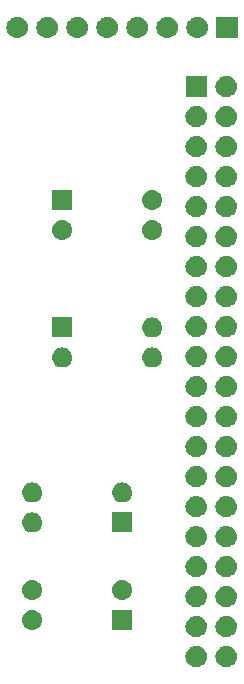
<source format=gbr>
G04 #@! TF.GenerationSoftware,KiCad,Pcbnew,(5.0.2)-1*
G04 #@! TF.CreationDate,2019-01-05T13:40:23-06:00*
G04 #@! TF.ProjectId,controller,636f6e74-726f-46c6-9c65-722e6b696361,rev?*
G04 #@! TF.SameCoordinates,Original*
G04 #@! TF.FileFunction,Soldermask,Bot*
G04 #@! TF.FilePolarity,Negative*
%FSLAX46Y46*%
G04 Gerber Fmt 4.6, Leading zero omitted, Abs format (unit mm)*
G04 Created by KiCad (PCBNEW (5.0.2)-1) date 1/5/2019 1:40:23 PM*
%MOMM*%
%LPD*%
G01*
G04 APERTURE LIST*
%ADD10C,0.100000*%
G04 APERTURE END LIST*
D10*
G36*
X145445444Y-107610520D02*
X145511628Y-107617038D01*
X145624854Y-107651385D01*
X145681468Y-107668558D01*
X145820088Y-107742653D01*
X145837992Y-107752223D01*
X145873730Y-107781553D01*
X145975187Y-107864815D01*
X146058449Y-107966272D01*
X146087779Y-108002010D01*
X146087780Y-108002012D01*
X146171444Y-108158534D01*
X146171444Y-108158535D01*
X146222964Y-108328374D01*
X146240360Y-108505001D01*
X146222964Y-108681628D01*
X146188617Y-108794854D01*
X146171444Y-108851468D01*
X146097349Y-108990088D01*
X146087779Y-109007992D01*
X146058449Y-109043730D01*
X145975187Y-109145187D01*
X145873730Y-109228449D01*
X145837992Y-109257779D01*
X145837990Y-109257780D01*
X145681468Y-109341444D01*
X145624854Y-109358617D01*
X145511628Y-109392964D01*
X145445444Y-109399482D01*
X145379261Y-109406001D01*
X145290741Y-109406001D01*
X145224558Y-109399482D01*
X145158374Y-109392964D01*
X145045148Y-109358617D01*
X144988534Y-109341444D01*
X144832012Y-109257780D01*
X144832010Y-109257779D01*
X144796272Y-109228449D01*
X144694815Y-109145187D01*
X144611553Y-109043730D01*
X144582223Y-109007992D01*
X144572653Y-108990088D01*
X144498558Y-108851468D01*
X144481385Y-108794854D01*
X144447038Y-108681628D01*
X144429642Y-108505001D01*
X144447038Y-108328374D01*
X144498558Y-108158535D01*
X144498558Y-108158534D01*
X144582222Y-108002012D01*
X144582223Y-108002010D01*
X144611553Y-107966272D01*
X144694815Y-107864815D01*
X144796272Y-107781553D01*
X144832010Y-107752223D01*
X144849914Y-107742653D01*
X144988534Y-107668558D01*
X145045148Y-107651385D01*
X145158374Y-107617038D01*
X145224558Y-107610520D01*
X145290741Y-107604001D01*
X145379261Y-107604001D01*
X145445444Y-107610520D01*
X145445444Y-107610520D01*
G37*
G36*
X142905444Y-107610520D02*
X142971628Y-107617038D01*
X143084854Y-107651385D01*
X143141468Y-107668558D01*
X143280088Y-107742653D01*
X143297992Y-107752223D01*
X143333730Y-107781553D01*
X143435187Y-107864815D01*
X143518449Y-107966272D01*
X143547779Y-108002010D01*
X143547780Y-108002012D01*
X143631444Y-108158534D01*
X143631444Y-108158535D01*
X143682964Y-108328374D01*
X143700360Y-108505001D01*
X143682964Y-108681628D01*
X143648617Y-108794854D01*
X143631444Y-108851468D01*
X143557349Y-108990088D01*
X143547779Y-109007992D01*
X143518449Y-109043730D01*
X143435187Y-109145187D01*
X143333730Y-109228449D01*
X143297992Y-109257779D01*
X143297990Y-109257780D01*
X143141468Y-109341444D01*
X143084854Y-109358617D01*
X142971628Y-109392964D01*
X142905444Y-109399482D01*
X142839261Y-109406001D01*
X142750741Y-109406001D01*
X142684558Y-109399482D01*
X142618374Y-109392964D01*
X142505148Y-109358617D01*
X142448534Y-109341444D01*
X142292012Y-109257780D01*
X142292010Y-109257779D01*
X142256272Y-109228449D01*
X142154815Y-109145187D01*
X142071553Y-109043730D01*
X142042223Y-109007992D01*
X142032653Y-108990088D01*
X141958558Y-108851468D01*
X141941385Y-108794854D01*
X141907038Y-108681628D01*
X141889642Y-108505001D01*
X141907038Y-108328374D01*
X141958558Y-108158535D01*
X141958558Y-108158534D01*
X142042222Y-108002012D01*
X142042223Y-108002010D01*
X142071553Y-107966272D01*
X142154815Y-107864815D01*
X142256272Y-107781553D01*
X142292010Y-107752223D01*
X142309914Y-107742653D01*
X142448534Y-107668558D01*
X142505148Y-107651385D01*
X142618374Y-107617038D01*
X142684558Y-107610520D01*
X142750741Y-107604001D01*
X142839261Y-107604001D01*
X142905444Y-107610520D01*
X142905444Y-107610520D01*
G37*
G36*
X145445443Y-105070519D02*
X145511628Y-105077038D01*
X145624854Y-105111385D01*
X145681468Y-105128558D01*
X145820088Y-105202653D01*
X145837992Y-105212223D01*
X145873730Y-105241553D01*
X145975187Y-105324815D01*
X146045095Y-105410000D01*
X146087779Y-105462010D01*
X146087780Y-105462012D01*
X146171444Y-105618534D01*
X146171444Y-105618535D01*
X146222964Y-105788374D01*
X146240360Y-105965001D01*
X146222964Y-106141628D01*
X146205250Y-106200023D01*
X146171444Y-106311468D01*
X146097349Y-106450088D01*
X146087779Y-106467992D01*
X146058449Y-106503730D01*
X145975187Y-106605187D01*
X145873730Y-106688449D01*
X145837992Y-106717779D01*
X145837990Y-106717780D01*
X145681468Y-106801444D01*
X145624854Y-106818617D01*
X145511628Y-106852964D01*
X145445444Y-106859482D01*
X145379261Y-106866001D01*
X145290741Y-106866001D01*
X145224558Y-106859482D01*
X145158374Y-106852964D01*
X145045148Y-106818617D01*
X144988534Y-106801444D01*
X144832012Y-106717780D01*
X144832010Y-106717779D01*
X144796272Y-106688449D01*
X144694815Y-106605187D01*
X144611553Y-106503730D01*
X144582223Y-106467992D01*
X144572653Y-106450088D01*
X144498558Y-106311468D01*
X144464752Y-106200023D01*
X144447038Y-106141628D01*
X144429642Y-105965001D01*
X144447038Y-105788374D01*
X144498558Y-105618535D01*
X144498558Y-105618534D01*
X144582222Y-105462012D01*
X144582223Y-105462010D01*
X144624907Y-105410000D01*
X144694815Y-105324815D01*
X144796272Y-105241553D01*
X144832010Y-105212223D01*
X144849914Y-105202653D01*
X144988534Y-105128558D01*
X145045148Y-105111385D01*
X145158374Y-105077038D01*
X145224559Y-105070519D01*
X145290741Y-105064001D01*
X145379261Y-105064001D01*
X145445443Y-105070519D01*
X145445443Y-105070519D01*
G37*
G36*
X142905443Y-105070519D02*
X142971628Y-105077038D01*
X143084854Y-105111385D01*
X143141468Y-105128558D01*
X143280088Y-105202653D01*
X143297992Y-105212223D01*
X143333730Y-105241553D01*
X143435187Y-105324815D01*
X143505095Y-105410000D01*
X143547779Y-105462010D01*
X143547780Y-105462012D01*
X143631444Y-105618534D01*
X143631444Y-105618535D01*
X143682964Y-105788374D01*
X143700360Y-105965001D01*
X143682964Y-106141628D01*
X143665250Y-106200023D01*
X143631444Y-106311468D01*
X143557349Y-106450088D01*
X143547779Y-106467992D01*
X143518449Y-106503730D01*
X143435187Y-106605187D01*
X143333730Y-106688449D01*
X143297992Y-106717779D01*
X143297990Y-106717780D01*
X143141468Y-106801444D01*
X143084854Y-106818617D01*
X142971628Y-106852964D01*
X142905444Y-106859482D01*
X142839261Y-106866001D01*
X142750741Y-106866001D01*
X142684558Y-106859482D01*
X142618374Y-106852964D01*
X142505148Y-106818617D01*
X142448534Y-106801444D01*
X142292012Y-106717780D01*
X142292010Y-106717779D01*
X142256272Y-106688449D01*
X142154815Y-106605187D01*
X142071553Y-106503730D01*
X142042223Y-106467992D01*
X142032653Y-106450088D01*
X141958558Y-106311468D01*
X141924752Y-106200023D01*
X141907038Y-106141628D01*
X141889642Y-105965001D01*
X141907038Y-105788374D01*
X141958558Y-105618535D01*
X141958558Y-105618534D01*
X142042222Y-105462012D01*
X142042223Y-105462010D01*
X142084907Y-105410000D01*
X142154815Y-105324815D01*
X142256272Y-105241553D01*
X142292010Y-105212223D01*
X142309914Y-105202653D01*
X142448534Y-105128558D01*
X142505148Y-105111385D01*
X142618374Y-105077038D01*
X142684559Y-105070519D01*
X142750741Y-105064001D01*
X142839261Y-105064001D01*
X142905443Y-105070519D01*
X142905443Y-105070519D01*
G37*
G36*
X129071821Y-104571313D02*
X129071824Y-104571314D01*
X129071825Y-104571314D01*
X129232239Y-104619975D01*
X129232241Y-104619976D01*
X129232244Y-104619977D01*
X129380078Y-104698995D01*
X129509659Y-104805341D01*
X129616005Y-104934922D01*
X129695023Y-105082756D01*
X129695024Y-105082759D01*
X129695025Y-105082761D01*
X129734297Y-105212223D01*
X129743687Y-105243179D01*
X129760117Y-105410000D01*
X129743687Y-105576821D01*
X129743686Y-105576824D01*
X129743686Y-105576825D01*
X129731034Y-105618534D01*
X129695023Y-105737244D01*
X129616005Y-105885078D01*
X129509659Y-106014659D01*
X129380078Y-106121005D01*
X129232244Y-106200023D01*
X129232241Y-106200024D01*
X129232239Y-106200025D01*
X129071825Y-106248686D01*
X129071824Y-106248686D01*
X129071821Y-106248687D01*
X128946804Y-106261000D01*
X128863196Y-106261000D01*
X128738179Y-106248687D01*
X128738176Y-106248686D01*
X128738175Y-106248686D01*
X128577761Y-106200025D01*
X128577759Y-106200024D01*
X128577756Y-106200023D01*
X128429922Y-106121005D01*
X128300341Y-106014659D01*
X128193995Y-105885078D01*
X128114977Y-105737244D01*
X128078967Y-105618534D01*
X128066314Y-105576825D01*
X128066314Y-105576824D01*
X128066313Y-105576821D01*
X128049883Y-105410000D01*
X128066313Y-105243179D01*
X128075703Y-105212223D01*
X128114975Y-105082761D01*
X128114976Y-105082759D01*
X128114977Y-105082756D01*
X128193995Y-104934922D01*
X128300341Y-104805341D01*
X128429922Y-104698995D01*
X128577756Y-104619977D01*
X128577759Y-104619976D01*
X128577761Y-104619975D01*
X128738175Y-104571314D01*
X128738176Y-104571314D01*
X128738179Y-104571313D01*
X128863196Y-104559000D01*
X128946804Y-104559000D01*
X129071821Y-104571313D01*
X129071821Y-104571313D01*
G37*
G36*
X137376000Y-106261000D02*
X135674000Y-106261000D01*
X135674000Y-104559000D01*
X137376000Y-104559000D01*
X137376000Y-106261000D01*
X137376000Y-106261000D01*
G37*
G36*
X142905443Y-102530519D02*
X142971628Y-102537038D01*
X143084854Y-102571385D01*
X143141468Y-102588558D01*
X143280088Y-102662653D01*
X143297992Y-102672223D01*
X143333730Y-102701553D01*
X143435187Y-102784815D01*
X143505095Y-102870000D01*
X143547779Y-102922010D01*
X143547780Y-102922012D01*
X143631444Y-103078534D01*
X143631444Y-103078535D01*
X143682964Y-103248374D01*
X143700360Y-103425001D01*
X143682964Y-103601628D01*
X143665250Y-103660023D01*
X143631444Y-103771468D01*
X143557349Y-103910088D01*
X143547779Y-103927992D01*
X143518449Y-103963730D01*
X143435187Y-104065187D01*
X143333730Y-104148449D01*
X143297992Y-104177779D01*
X143297990Y-104177780D01*
X143141468Y-104261444D01*
X143084854Y-104278617D01*
X142971628Y-104312964D01*
X142905443Y-104319483D01*
X142839261Y-104326001D01*
X142750741Y-104326001D01*
X142684558Y-104319482D01*
X142618374Y-104312964D01*
X142505148Y-104278617D01*
X142448534Y-104261444D01*
X142292012Y-104177780D01*
X142292010Y-104177779D01*
X142256272Y-104148449D01*
X142154815Y-104065187D01*
X142071553Y-103963730D01*
X142042223Y-103927992D01*
X142032653Y-103910088D01*
X141958558Y-103771468D01*
X141924752Y-103660023D01*
X141907038Y-103601628D01*
X141889642Y-103425001D01*
X141907038Y-103248374D01*
X141958558Y-103078535D01*
X141958558Y-103078534D01*
X142042222Y-102922012D01*
X142042223Y-102922010D01*
X142084907Y-102870000D01*
X142154815Y-102784815D01*
X142256272Y-102701553D01*
X142292010Y-102672223D01*
X142309914Y-102662653D01*
X142448534Y-102588558D01*
X142505148Y-102571385D01*
X142618374Y-102537038D01*
X142684558Y-102530520D01*
X142750741Y-102524001D01*
X142839261Y-102524001D01*
X142905443Y-102530519D01*
X142905443Y-102530519D01*
G37*
G36*
X145445443Y-102530519D02*
X145511628Y-102537038D01*
X145624854Y-102571385D01*
X145681468Y-102588558D01*
X145820088Y-102662653D01*
X145837992Y-102672223D01*
X145873730Y-102701553D01*
X145975187Y-102784815D01*
X146045095Y-102870000D01*
X146087779Y-102922010D01*
X146087780Y-102922012D01*
X146171444Y-103078534D01*
X146171444Y-103078535D01*
X146222964Y-103248374D01*
X146240360Y-103425001D01*
X146222964Y-103601628D01*
X146205250Y-103660023D01*
X146171444Y-103771468D01*
X146097349Y-103910088D01*
X146087779Y-103927992D01*
X146058449Y-103963730D01*
X145975187Y-104065187D01*
X145873730Y-104148449D01*
X145837992Y-104177779D01*
X145837990Y-104177780D01*
X145681468Y-104261444D01*
X145624854Y-104278617D01*
X145511628Y-104312964D01*
X145445443Y-104319483D01*
X145379261Y-104326001D01*
X145290741Y-104326001D01*
X145224558Y-104319482D01*
X145158374Y-104312964D01*
X145045148Y-104278617D01*
X144988534Y-104261444D01*
X144832012Y-104177780D01*
X144832010Y-104177779D01*
X144796272Y-104148449D01*
X144694815Y-104065187D01*
X144611553Y-103963730D01*
X144582223Y-103927992D01*
X144572653Y-103910088D01*
X144498558Y-103771468D01*
X144464752Y-103660023D01*
X144447038Y-103601628D01*
X144429642Y-103425001D01*
X144447038Y-103248374D01*
X144498558Y-103078535D01*
X144498558Y-103078534D01*
X144582222Y-102922012D01*
X144582223Y-102922010D01*
X144624907Y-102870000D01*
X144694815Y-102784815D01*
X144796272Y-102701553D01*
X144832010Y-102672223D01*
X144849914Y-102662653D01*
X144988534Y-102588558D01*
X145045148Y-102571385D01*
X145158374Y-102537038D01*
X145224558Y-102530520D01*
X145290741Y-102524001D01*
X145379261Y-102524001D01*
X145445443Y-102530519D01*
X145445443Y-102530519D01*
G37*
G36*
X129071821Y-102031313D02*
X129071824Y-102031314D01*
X129071825Y-102031314D01*
X129232239Y-102079975D01*
X129232241Y-102079976D01*
X129232244Y-102079977D01*
X129380078Y-102158995D01*
X129509659Y-102265341D01*
X129616005Y-102394922D01*
X129695023Y-102542756D01*
X129695024Y-102542759D01*
X129695025Y-102542761D01*
X129734297Y-102672223D01*
X129743687Y-102703179D01*
X129760117Y-102870000D01*
X129743687Y-103036821D01*
X129743686Y-103036824D01*
X129743686Y-103036825D01*
X129731034Y-103078534D01*
X129695023Y-103197244D01*
X129616005Y-103345078D01*
X129509659Y-103474659D01*
X129380078Y-103581005D01*
X129232244Y-103660023D01*
X129232241Y-103660024D01*
X129232239Y-103660025D01*
X129071825Y-103708686D01*
X129071824Y-103708686D01*
X129071821Y-103708687D01*
X128946804Y-103721000D01*
X128863196Y-103721000D01*
X128738179Y-103708687D01*
X128738176Y-103708686D01*
X128738175Y-103708686D01*
X128577761Y-103660025D01*
X128577759Y-103660024D01*
X128577756Y-103660023D01*
X128429922Y-103581005D01*
X128300341Y-103474659D01*
X128193995Y-103345078D01*
X128114977Y-103197244D01*
X128078967Y-103078534D01*
X128066314Y-103036825D01*
X128066314Y-103036824D01*
X128066313Y-103036821D01*
X128049883Y-102870000D01*
X128066313Y-102703179D01*
X128075703Y-102672223D01*
X128114975Y-102542761D01*
X128114976Y-102542759D01*
X128114977Y-102542756D01*
X128193995Y-102394922D01*
X128300341Y-102265341D01*
X128429922Y-102158995D01*
X128577756Y-102079977D01*
X128577759Y-102079976D01*
X128577761Y-102079975D01*
X128738175Y-102031314D01*
X128738176Y-102031314D01*
X128738179Y-102031313D01*
X128863196Y-102019000D01*
X128946804Y-102019000D01*
X129071821Y-102031313D01*
X129071821Y-102031313D01*
G37*
G36*
X136691821Y-102031313D02*
X136691824Y-102031314D01*
X136691825Y-102031314D01*
X136852239Y-102079975D01*
X136852241Y-102079976D01*
X136852244Y-102079977D01*
X137000078Y-102158995D01*
X137129659Y-102265341D01*
X137236005Y-102394922D01*
X137315023Y-102542756D01*
X137315024Y-102542759D01*
X137315025Y-102542761D01*
X137354297Y-102672223D01*
X137363687Y-102703179D01*
X137380117Y-102870000D01*
X137363687Y-103036821D01*
X137363686Y-103036824D01*
X137363686Y-103036825D01*
X137351034Y-103078534D01*
X137315023Y-103197244D01*
X137236005Y-103345078D01*
X137129659Y-103474659D01*
X137000078Y-103581005D01*
X136852244Y-103660023D01*
X136852241Y-103660024D01*
X136852239Y-103660025D01*
X136691825Y-103708686D01*
X136691824Y-103708686D01*
X136691821Y-103708687D01*
X136566804Y-103721000D01*
X136483196Y-103721000D01*
X136358179Y-103708687D01*
X136358176Y-103708686D01*
X136358175Y-103708686D01*
X136197761Y-103660025D01*
X136197759Y-103660024D01*
X136197756Y-103660023D01*
X136049922Y-103581005D01*
X135920341Y-103474659D01*
X135813995Y-103345078D01*
X135734977Y-103197244D01*
X135698967Y-103078534D01*
X135686314Y-103036825D01*
X135686314Y-103036824D01*
X135686313Y-103036821D01*
X135669883Y-102870000D01*
X135686313Y-102703179D01*
X135695703Y-102672223D01*
X135734975Y-102542761D01*
X135734976Y-102542759D01*
X135734977Y-102542756D01*
X135813995Y-102394922D01*
X135920341Y-102265341D01*
X136049922Y-102158995D01*
X136197756Y-102079977D01*
X136197759Y-102079976D01*
X136197761Y-102079975D01*
X136358175Y-102031314D01*
X136358176Y-102031314D01*
X136358179Y-102031313D01*
X136483196Y-102019000D01*
X136566804Y-102019000D01*
X136691821Y-102031313D01*
X136691821Y-102031313D01*
G37*
G36*
X142905444Y-99990520D02*
X142971628Y-99997038D01*
X143084854Y-100031385D01*
X143141468Y-100048558D01*
X143280088Y-100122653D01*
X143297992Y-100132223D01*
X143333730Y-100161553D01*
X143435187Y-100244815D01*
X143518449Y-100346272D01*
X143547779Y-100382010D01*
X143547780Y-100382012D01*
X143631444Y-100538534D01*
X143631444Y-100538535D01*
X143682964Y-100708374D01*
X143700360Y-100885001D01*
X143682964Y-101061628D01*
X143648617Y-101174854D01*
X143631444Y-101231468D01*
X143557349Y-101370088D01*
X143547779Y-101387992D01*
X143518449Y-101423730D01*
X143435187Y-101525187D01*
X143333730Y-101608449D01*
X143297992Y-101637779D01*
X143297990Y-101637780D01*
X143141468Y-101721444D01*
X143084854Y-101738617D01*
X142971628Y-101772964D01*
X142905443Y-101779483D01*
X142839261Y-101786001D01*
X142750741Y-101786001D01*
X142684559Y-101779483D01*
X142618374Y-101772964D01*
X142505148Y-101738617D01*
X142448534Y-101721444D01*
X142292012Y-101637780D01*
X142292010Y-101637779D01*
X142256272Y-101608449D01*
X142154815Y-101525187D01*
X142071553Y-101423730D01*
X142042223Y-101387992D01*
X142032653Y-101370088D01*
X141958558Y-101231468D01*
X141941385Y-101174854D01*
X141907038Y-101061628D01*
X141889642Y-100885001D01*
X141907038Y-100708374D01*
X141958558Y-100538535D01*
X141958558Y-100538534D01*
X142042222Y-100382012D01*
X142042223Y-100382010D01*
X142071553Y-100346272D01*
X142154815Y-100244815D01*
X142256272Y-100161553D01*
X142292010Y-100132223D01*
X142309914Y-100122653D01*
X142448534Y-100048558D01*
X142505148Y-100031385D01*
X142618374Y-99997038D01*
X142684558Y-99990520D01*
X142750741Y-99984001D01*
X142839261Y-99984001D01*
X142905444Y-99990520D01*
X142905444Y-99990520D01*
G37*
G36*
X145445444Y-99990520D02*
X145511628Y-99997038D01*
X145624854Y-100031385D01*
X145681468Y-100048558D01*
X145820088Y-100122653D01*
X145837992Y-100132223D01*
X145873730Y-100161553D01*
X145975187Y-100244815D01*
X146058449Y-100346272D01*
X146087779Y-100382010D01*
X146087780Y-100382012D01*
X146171444Y-100538534D01*
X146171444Y-100538535D01*
X146222964Y-100708374D01*
X146240360Y-100885001D01*
X146222964Y-101061628D01*
X146188617Y-101174854D01*
X146171444Y-101231468D01*
X146097349Y-101370088D01*
X146087779Y-101387992D01*
X146058449Y-101423730D01*
X145975187Y-101525187D01*
X145873730Y-101608449D01*
X145837992Y-101637779D01*
X145837990Y-101637780D01*
X145681468Y-101721444D01*
X145624854Y-101738617D01*
X145511628Y-101772964D01*
X145445443Y-101779483D01*
X145379261Y-101786001D01*
X145290741Y-101786001D01*
X145224559Y-101779483D01*
X145158374Y-101772964D01*
X145045148Y-101738617D01*
X144988534Y-101721444D01*
X144832012Y-101637780D01*
X144832010Y-101637779D01*
X144796272Y-101608449D01*
X144694815Y-101525187D01*
X144611553Y-101423730D01*
X144582223Y-101387992D01*
X144572653Y-101370088D01*
X144498558Y-101231468D01*
X144481385Y-101174854D01*
X144447038Y-101061628D01*
X144429642Y-100885001D01*
X144447038Y-100708374D01*
X144498558Y-100538535D01*
X144498558Y-100538534D01*
X144582222Y-100382012D01*
X144582223Y-100382010D01*
X144611553Y-100346272D01*
X144694815Y-100244815D01*
X144796272Y-100161553D01*
X144832010Y-100132223D01*
X144849914Y-100122653D01*
X144988534Y-100048558D01*
X145045148Y-100031385D01*
X145158374Y-99997038D01*
X145224558Y-99990520D01*
X145290741Y-99984001D01*
X145379261Y-99984001D01*
X145445444Y-99990520D01*
X145445444Y-99990520D01*
G37*
G36*
X145445444Y-97450520D02*
X145511628Y-97457038D01*
X145594721Y-97482244D01*
X145681468Y-97508558D01*
X145820088Y-97582653D01*
X145837992Y-97592223D01*
X145873730Y-97621553D01*
X145975187Y-97704815D01*
X146058449Y-97806272D01*
X146087779Y-97842010D01*
X146087780Y-97842012D01*
X146171444Y-97998534D01*
X146188617Y-98055148D01*
X146222964Y-98168374D01*
X146240360Y-98345001D01*
X146222964Y-98521628D01*
X146188617Y-98634854D01*
X146171444Y-98691468D01*
X146097349Y-98830088D01*
X146087779Y-98847992D01*
X146058449Y-98883730D01*
X145975187Y-98985187D01*
X145873730Y-99068449D01*
X145837992Y-99097779D01*
X145837990Y-99097780D01*
X145681468Y-99181444D01*
X145624854Y-99198617D01*
X145511628Y-99232964D01*
X145445443Y-99239483D01*
X145379261Y-99246001D01*
X145290741Y-99246001D01*
X145224559Y-99239483D01*
X145158374Y-99232964D01*
X145045148Y-99198617D01*
X144988534Y-99181444D01*
X144832012Y-99097780D01*
X144832010Y-99097779D01*
X144796272Y-99068449D01*
X144694815Y-98985187D01*
X144611553Y-98883730D01*
X144582223Y-98847992D01*
X144572653Y-98830088D01*
X144498558Y-98691468D01*
X144481385Y-98634854D01*
X144447038Y-98521628D01*
X144429642Y-98345001D01*
X144447038Y-98168374D01*
X144481385Y-98055148D01*
X144498558Y-97998534D01*
X144582222Y-97842012D01*
X144582223Y-97842010D01*
X144611553Y-97806272D01*
X144694815Y-97704815D01*
X144796272Y-97621553D01*
X144832010Y-97592223D01*
X144849914Y-97582653D01*
X144988534Y-97508558D01*
X145075281Y-97482244D01*
X145158374Y-97457038D01*
X145224558Y-97450520D01*
X145290741Y-97444001D01*
X145379261Y-97444001D01*
X145445444Y-97450520D01*
X145445444Y-97450520D01*
G37*
G36*
X142905444Y-97450520D02*
X142971628Y-97457038D01*
X143054721Y-97482244D01*
X143141468Y-97508558D01*
X143280088Y-97582653D01*
X143297992Y-97592223D01*
X143333730Y-97621553D01*
X143435187Y-97704815D01*
X143518449Y-97806272D01*
X143547779Y-97842010D01*
X143547780Y-97842012D01*
X143631444Y-97998534D01*
X143648617Y-98055148D01*
X143682964Y-98168374D01*
X143700360Y-98345001D01*
X143682964Y-98521628D01*
X143648617Y-98634854D01*
X143631444Y-98691468D01*
X143557349Y-98830088D01*
X143547779Y-98847992D01*
X143518449Y-98883730D01*
X143435187Y-98985187D01*
X143333730Y-99068449D01*
X143297992Y-99097779D01*
X143297990Y-99097780D01*
X143141468Y-99181444D01*
X143084854Y-99198617D01*
X142971628Y-99232964D01*
X142905443Y-99239483D01*
X142839261Y-99246001D01*
X142750741Y-99246001D01*
X142684559Y-99239483D01*
X142618374Y-99232964D01*
X142505148Y-99198617D01*
X142448534Y-99181444D01*
X142292012Y-99097780D01*
X142292010Y-99097779D01*
X142256272Y-99068449D01*
X142154815Y-98985187D01*
X142071553Y-98883730D01*
X142042223Y-98847992D01*
X142032653Y-98830088D01*
X141958558Y-98691468D01*
X141941385Y-98634854D01*
X141907038Y-98521628D01*
X141889642Y-98345001D01*
X141907038Y-98168374D01*
X141941385Y-98055148D01*
X141958558Y-97998534D01*
X142042222Y-97842012D01*
X142042223Y-97842010D01*
X142071553Y-97806272D01*
X142154815Y-97704815D01*
X142256272Y-97621553D01*
X142292010Y-97592223D01*
X142309914Y-97582653D01*
X142448534Y-97508558D01*
X142535281Y-97482244D01*
X142618374Y-97457038D01*
X142684558Y-97450520D01*
X142750741Y-97444001D01*
X142839261Y-97444001D01*
X142905444Y-97450520D01*
X142905444Y-97450520D01*
G37*
G36*
X129071821Y-96316313D02*
X129071824Y-96316314D01*
X129071825Y-96316314D01*
X129232239Y-96364975D01*
X129232241Y-96364976D01*
X129232244Y-96364977D01*
X129380078Y-96443995D01*
X129509659Y-96550341D01*
X129616005Y-96679922D01*
X129695023Y-96827756D01*
X129743687Y-96988179D01*
X129760117Y-97155000D01*
X129743687Y-97321821D01*
X129743686Y-97321824D01*
X129743686Y-97321825D01*
X129702670Y-97457038D01*
X129695023Y-97482244D01*
X129616005Y-97630078D01*
X129509659Y-97759659D01*
X129380078Y-97866005D01*
X129232244Y-97945023D01*
X129232241Y-97945024D01*
X129232239Y-97945025D01*
X129071825Y-97993686D01*
X129071824Y-97993686D01*
X129071821Y-97993687D01*
X128946804Y-98006000D01*
X128863196Y-98006000D01*
X128738179Y-97993687D01*
X128738176Y-97993686D01*
X128738175Y-97993686D01*
X128577761Y-97945025D01*
X128577759Y-97945024D01*
X128577756Y-97945023D01*
X128429922Y-97866005D01*
X128300341Y-97759659D01*
X128193995Y-97630078D01*
X128114977Y-97482244D01*
X128107331Y-97457038D01*
X128066314Y-97321825D01*
X128066314Y-97321824D01*
X128066313Y-97321821D01*
X128049883Y-97155000D01*
X128066313Y-96988179D01*
X128114977Y-96827756D01*
X128193995Y-96679922D01*
X128300341Y-96550341D01*
X128429922Y-96443995D01*
X128577756Y-96364977D01*
X128577759Y-96364976D01*
X128577761Y-96364975D01*
X128738175Y-96316314D01*
X128738176Y-96316314D01*
X128738179Y-96316313D01*
X128863196Y-96304000D01*
X128946804Y-96304000D01*
X129071821Y-96316313D01*
X129071821Y-96316313D01*
G37*
G36*
X137376000Y-98006000D02*
X135674000Y-98006000D01*
X135674000Y-96304000D01*
X137376000Y-96304000D01*
X137376000Y-98006000D01*
X137376000Y-98006000D01*
G37*
G36*
X145445443Y-94910519D02*
X145511628Y-94917038D01*
X145594721Y-94942244D01*
X145681468Y-94968558D01*
X145820088Y-95042653D01*
X145837992Y-95052223D01*
X145873730Y-95081553D01*
X145975187Y-95164815D01*
X146058449Y-95266272D01*
X146087779Y-95302010D01*
X146087780Y-95302012D01*
X146171444Y-95458534D01*
X146188617Y-95515148D01*
X146222964Y-95628374D01*
X146240360Y-95805001D01*
X146222964Y-95981628D01*
X146188617Y-96094854D01*
X146171444Y-96151468D01*
X146097349Y-96290088D01*
X146087779Y-96307992D01*
X146080950Y-96316313D01*
X145975187Y-96445187D01*
X145873730Y-96528449D01*
X145837992Y-96557779D01*
X145837990Y-96557780D01*
X145681468Y-96641444D01*
X145624854Y-96658617D01*
X145511628Y-96692964D01*
X145445443Y-96699483D01*
X145379261Y-96706001D01*
X145290741Y-96706001D01*
X145224559Y-96699483D01*
X145158374Y-96692964D01*
X145045148Y-96658617D01*
X144988534Y-96641444D01*
X144832012Y-96557780D01*
X144832010Y-96557779D01*
X144796272Y-96528449D01*
X144694815Y-96445187D01*
X144589052Y-96316313D01*
X144582223Y-96307992D01*
X144572653Y-96290088D01*
X144498558Y-96151468D01*
X144481385Y-96094854D01*
X144447038Y-95981628D01*
X144429642Y-95805001D01*
X144447038Y-95628374D01*
X144481385Y-95515148D01*
X144498558Y-95458534D01*
X144582222Y-95302012D01*
X144582223Y-95302010D01*
X144611553Y-95266272D01*
X144694815Y-95164815D01*
X144796272Y-95081553D01*
X144832010Y-95052223D01*
X144849914Y-95042653D01*
X144988534Y-94968558D01*
X145075281Y-94942244D01*
X145158374Y-94917038D01*
X145224559Y-94910519D01*
X145290741Y-94904001D01*
X145379261Y-94904001D01*
X145445443Y-94910519D01*
X145445443Y-94910519D01*
G37*
G36*
X142905443Y-94910519D02*
X142971628Y-94917038D01*
X143054721Y-94942244D01*
X143141468Y-94968558D01*
X143280088Y-95042653D01*
X143297992Y-95052223D01*
X143333730Y-95081553D01*
X143435187Y-95164815D01*
X143518449Y-95266272D01*
X143547779Y-95302010D01*
X143547780Y-95302012D01*
X143631444Y-95458534D01*
X143648617Y-95515148D01*
X143682964Y-95628374D01*
X143700360Y-95805001D01*
X143682964Y-95981628D01*
X143648617Y-96094854D01*
X143631444Y-96151468D01*
X143557349Y-96290088D01*
X143547779Y-96307992D01*
X143540950Y-96316313D01*
X143435187Y-96445187D01*
X143333730Y-96528449D01*
X143297992Y-96557779D01*
X143297990Y-96557780D01*
X143141468Y-96641444D01*
X143084854Y-96658617D01*
X142971628Y-96692964D01*
X142905443Y-96699483D01*
X142839261Y-96706001D01*
X142750741Y-96706001D01*
X142684559Y-96699483D01*
X142618374Y-96692964D01*
X142505148Y-96658617D01*
X142448534Y-96641444D01*
X142292012Y-96557780D01*
X142292010Y-96557779D01*
X142256272Y-96528449D01*
X142154815Y-96445187D01*
X142049052Y-96316313D01*
X142042223Y-96307992D01*
X142032653Y-96290088D01*
X141958558Y-96151468D01*
X141941385Y-96094854D01*
X141907038Y-95981628D01*
X141889642Y-95805001D01*
X141907038Y-95628374D01*
X141941385Y-95515148D01*
X141958558Y-95458534D01*
X142042222Y-95302012D01*
X142042223Y-95302010D01*
X142071553Y-95266272D01*
X142154815Y-95164815D01*
X142256272Y-95081553D01*
X142292010Y-95052223D01*
X142309914Y-95042653D01*
X142448534Y-94968558D01*
X142535281Y-94942244D01*
X142618374Y-94917038D01*
X142684559Y-94910519D01*
X142750741Y-94904001D01*
X142839261Y-94904001D01*
X142905443Y-94910519D01*
X142905443Y-94910519D01*
G37*
G36*
X136691821Y-93776313D02*
X136691824Y-93776314D01*
X136691825Y-93776314D01*
X136852239Y-93824975D01*
X136852241Y-93824976D01*
X136852244Y-93824977D01*
X137000078Y-93903995D01*
X137129659Y-94010341D01*
X137236005Y-94139922D01*
X137315023Y-94287756D01*
X137363687Y-94448179D01*
X137380117Y-94615000D01*
X137363687Y-94781821D01*
X137363686Y-94781824D01*
X137363686Y-94781825D01*
X137322670Y-94917038D01*
X137315023Y-94942244D01*
X137236005Y-95090078D01*
X137129659Y-95219659D01*
X137000078Y-95326005D01*
X136852244Y-95405023D01*
X136852241Y-95405024D01*
X136852239Y-95405025D01*
X136691825Y-95453686D01*
X136691824Y-95453686D01*
X136691821Y-95453687D01*
X136566804Y-95466000D01*
X136483196Y-95466000D01*
X136358179Y-95453687D01*
X136358176Y-95453686D01*
X136358175Y-95453686D01*
X136197761Y-95405025D01*
X136197759Y-95405024D01*
X136197756Y-95405023D01*
X136049922Y-95326005D01*
X135920341Y-95219659D01*
X135813995Y-95090078D01*
X135734977Y-94942244D01*
X135727331Y-94917038D01*
X135686314Y-94781825D01*
X135686314Y-94781824D01*
X135686313Y-94781821D01*
X135669883Y-94615000D01*
X135686313Y-94448179D01*
X135734977Y-94287756D01*
X135813995Y-94139922D01*
X135920341Y-94010341D01*
X136049922Y-93903995D01*
X136197756Y-93824977D01*
X136197759Y-93824976D01*
X136197761Y-93824975D01*
X136358175Y-93776314D01*
X136358176Y-93776314D01*
X136358179Y-93776313D01*
X136483196Y-93764000D01*
X136566804Y-93764000D01*
X136691821Y-93776313D01*
X136691821Y-93776313D01*
G37*
G36*
X129071821Y-93776313D02*
X129071824Y-93776314D01*
X129071825Y-93776314D01*
X129232239Y-93824975D01*
X129232241Y-93824976D01*
X129232244Y-93824977D01*
X129380078Y-93903995D01*
X129509659Y-94010341D01*
X129616005Y-94139922D01*
X129695023Y-94287756D01*
X129743687Y-94448179D01*
X129760117Y-94615000D01*
X129743687Y-94781821D01*
X129743686Y-94781824D01*
X129743686Y-94781825D01*
X129702670Y-94917038D01*
X129695023Y-94942244D01*
X129616005Y-95090078D01*
X129509659Y-95219659D01*
X129380078Y-95326005D01*
X129232244Y-95405023D01*
X129232241Y-95405024D01*
X129232239Y-95405025D01*
X129071825Y-95453686D01*
X129071824Y-95453686D01*
X129071821Y-95453687D01*
X128946804Y-95466000D01*
X128863196Y-95466000D01*
X128738179Y-95453687D01*
X128738176Y-95453686D01*
X128738175Y-95453686D01*
X128577761Y-95405025D01*
X128577759Y-95405024D01*
X128577756Y-95405023D01*
X128429922Y-95326005D01*
X128300341Y-95219659D01*
X128193995Y-95090078D01*
X128114977Y-94942244D01*
X128107331Y-94917038D01*
X128066314Y-94781825D01*
X128066314Y-94781824D01*
X128066313Y-94781821D01*
X128049883Y-94615000D01*
X128066313Y-94448179D01*
X128114977Y-94287756D01*
X128193995Y-94139922D01*
X128300341Y-94010341D01*
X128429922Y-93903995D01*
X128577756Y-93824977D01*
X128577759Y-93824976D01*
X128577761Y-93824975D01*
X128738175Y-93776314D01*
X128738176Y-93776314D01*
X128738179Y-93776313D01*
X128863196Y-93764000D01*
X128946804Y-93764000D01*
X129071821Y-93776313D01*
X129071821Y-93776313D01*
G37*
G36*
X142905443Y-92370519D02*
X142971628Y-92377038D01*
X143084854Y-92411385D01*
X143141468Y-92428558D01*
X143280088Y-92502653D01*
X143297992Y-92512223D01*
X143333730Y-92541553D01*
X143435187Y-92624815D01*
X143518449Y-92726272D01*
X143547779Y-92762010D01*
X143547780Y-92762012D01*
X143631444Y-92918534D01*
X143631444Y-92918535D01*
X143682964Y-93088374D01*
X143700360Y-93265001D01*
X143682964Y-93441628D01*
X143648617Y-93554854D01*
X143631444Y-93611468D01*
X143557349Y-93750088D01*
X143547779Y-93767992D01*
X143540950Y-93776313D01*
X143435187Y-93905187D01*
X143333730Y-93988449D01*
X143297992Y-94017779D01*
X143297990Y-94017780D01*
X143141468Y-94101444D01*
X143084854Y-94118617D01*
X142971628Y-94152964D01*
X142905444Y-94159482D01*
X142839261Y-94166001D01*
X142750741Y-94166001D01*
X142684558Y-94159482D01*
X142618374Y-94152964D01*
X142505148Y-94118617D01*
X142448534Y-94101444D01*
X142292012Y-94017780D01*
X142292010Y-94017779D01*
X142256272Y-93988449D01*
X142154815Y-93905187D01*
X142049052Y-93776313D01*
X142042223Y-93767992D01*
X142032653Y-93750088D01*
X141958558Y-93611468D01*
X141941385Y-93554854D01*
X141907038Y-93441628D01*
X141889642Y-93265001D01*
X141907038Y-93088374D01*
X141958558Y-92918535D01*
X141958558Y-92918534D01*
X142042222Y-92762012D01*
X142042223Y-92762010D01*
X142071553Y-92726272D01*
X142154815Y-92624815D01*
X142256272Y-92541553D01*
X142292010Y-92512223D01*
X142309914Y-92502653D01*
X142448534Y-92428558D01*
X142505148Y-92411385D01*
X142618374Y-92377038D01*
X142684559Y-92370519D01*
X142750741Y-92364001D01*
X142839261Y-92364001D01*
X142905443Y-92370519D01*
X142905443Y-92370519D01*
G37*
G36*
X145445443Y-92370519D02*
X145511628Y-92377038D01*
X145624854Y-92411385D01*
X145681468Y-92428558D01*
X145820088Y-92502653D01*
X145837992Y-92512223D01*
X145873730Y-92541553D01*
X145975187Y-92624815D01*
X146058449Y-92726272D01*
X146087779Y-92762010D01*
X146087780Y-92762012D01*
X146171444Y-92918534D01*
X146171444Y-92918535D01*
X146222964Y-93088374D01*
X146240360Y-93265001D01*
X146222964Y-93441628D01*
X146188617Y-93554854D01*
X146171444Y-93611468D01*
X146097349Y-93750088D01*
X146087779Y-93767992D01*
X146080950Y-93776313D01*
X145975187Y-93905187D01*
X145873730Y-93988449D01*
X145837992Y-94017779D01*
X145837990Y-94017780D01*
X145681468Y-94101444D01*
X145624854Y-94118617D01*
X145511628Y-94152964D01*
X145445444Y-94159482D01*
X145379261Y-94166001D01*
X145290741Y-94166001D01*
X145224558Y-94159482D01*
X145158374Y-94152964D01*
X145045148Y-94118617D01*
X144988534Y-94101444D01*
X144832012Y-94017780D01*
X144832010Y-94017779D01*
X144796272Y-93988449D01*
X144694815Y-93905187D01*
X144589052Y-93776313D01*
X144582223Y-93767992D01*
X144572653Y-93750088D01*
X144498558Y-93611468D01*
X144481385Y-93554854D01*
X144447038Y-93441628D01*
X144429642Y-93265001D01*
X144447038Y-93088374D01*
X144498558Y-92918535D01*
X144498558Y-92918534D01*
X144582222Y-92762012D01*
X144582223Y-92762010D01*
X144611553Y-92726272D01*
X144694815Y-92624815D01*
X144796272Y-92541553D01*
X144832010Y-92512223D01*
X144849914Y-92502653D01*
X144988534Y-92428558D01*
X145045148Y-92411385D01*
X145158374Y-92377038D01*
X145224559Y-92370519D01*
X145290741Y-92364001D01*
X145379261Y-92364001D01*
X145445443Y-92370519D01*
X145445443Y-92370519D01*
G37*
G36*
X145445444Y-89830520D02*
X145511628Y-89837038D01*
X145624854Y-89871385D01*
X145681468Y-89888558D01*
X145820088Y-89962653D01*
X145837992Y-89972223D01*
X145873730Y-90001553D01*
X145975187Y-90084815D01*
X146058449Y-90186272D01*
X146087779Y-90222010D01*
X146087780Y-90222012D01*
X146171444Y-90378534D01*
X146171444Y-90378535D01*
X146222964Y-90548374D01*
X146240360Y-90725001D01*
X146222964Y-90901628D01*
X146188617Y-91014854D01*
X146171444Y-91071468D01*
X146097349Y-91210088D01*
X146087779Y-91227992D01*
X146058449Y-91263730D01*
X145975187Y-91365187D01*
X145873730Y-91448449D01*
X145837992Y-91477779D01*
X145837990Y-91477780D01*
X145681468Y-91561444D01*
X145624854Y-91578617D01*
X145511628Y-91612964D01*
X145445444Y-91619482D01*
X145379261Y-91626001D01*
X145290741Y-91626001D01*
X145224559Y-91619483D01*
X145158374Y-91612964D01*
X145045148Y-91578617D01*
X144988534Y-91561444D01*
X144832012Y-91477780D01*
X144832010Y-91477779D01*
X144796272Y-91448449D01*
X144694815Y-91365187D01*
X144611553Y-91263730D01*
X144582223Y-91227992D01*
X144572653Y-91210088D01*
X144498558Y-91071468D01*
X144481385Y-91014854D01*
X144447038Y-90901628D01*
X144429642Y-90725001D01*
X144447038Y-90548374D01*
X144498558Y-90378535D01*
X144498558Y-90378534D01*
X144582222Y-90222012D01*
X144582223Y-90222010D01*
X144611553Y-90186272D01*
X144694815Y-90084815D01*
X144796272Y-90001553D01*
X144832010Y-89972223D01*
X144849914Y-89962653D01*
X144988534Y-89888558D01*
X145045148Y-89871385D01*
X145158374Y-89837038D01*
X145224558Y-89830520D01*
X145290741Y-89824001D01*
X145379261Y-89824001D01*
X145445444Y-89830520D01*
X145445444Y-89830520D01*
G37*
G36*
X142905444Y-89830520D02*
X142971628Y-89837038D01*
X143084854Y-89871385D01*
X143141468Y-89888558D01*
X143280088Y-89962653D01*
X143297992Y-89972223D01*
X143333730Y-90001553D01*
X143435187Y-90084815D01*
X143518449Y-90186272D01*
X143547779Y-90222010D01*
X143547780Y-90222012D01*
X143631444Y-90378534D01*
X143631444Y-90378535D01*
X143682964Y-90548374D01*
X143700360Y-90725001D01*
X143682964Y-90901628D01*
X143648617Y-91014854D01*
X143631444Y-91071468D01*
X143557349Y-91210088D01*
X143547779Y-91227992D01*
X143518449Y-91263730D01*
X143435187Y-91365187D01*
X143333730Y-91448449D01*
X143297992Y-91477779D01*
X143297990Y-91477780D01*
X143141468Y-91561444D01*
X143084854Y-91578617D01*
X142971628Y-91612964D01*
X142905443Y-91619483D01*
X142839261Y-91626001D01*
X142750741Y-91626001D01*
X142684559Y-91619483D01*
X142618374Y-91612964D01*
X142505148Y-91578617D01*
X142448534Y-91561444D01*
X142292012Y-91477780D01*
X142292010Y-91477779D01*
X142256272Y-91448449D01*
X142154815Y-91365187D01*
X142071553Y-91263730D01*
X142042223Y-91227992D01*
X142032653Y-91210088D01*
X141958558Y-91071468D01*
X141941385Y-91014854D01*
X141907038Y-90901628D01*
X141889642Y-90725001D01*
X141907038Y-90548374D01*
X141958558Y-90378535D01*
X141958558Y-90378534D01*
X142042222Y-90222012D01*
X142042223Y-90222010D01*
X142071553Y-90186272D01*
X142154815Y-90084815D01*
X142256272Y-90001553D01*
X142292010Y-89972223D01*
X142309914Y-89962653D01*
X142448534Y-89888558D01*
X142505148Y-89871385D01*
X142618374Y-89837038D01*
X142684558Y-89830520D01*
X142750741Y-89824001D01*
X142839261Y-89824001D01*
X142905444Y-89830520D01*
X142905444Y-89830520D01*
G37*
G36*
X142905443Y-87290519D02*
X142971628Y-87297038D01*
X143084854Y-87331385D01*
X143141468Y-87348558D01*
X143280088Y-87422653D01*
X143297992Y-87432223D01*
X143333730Y-87461553D01*
X143435187Y-87544815D01*
X143518449Y-87646272D01*
X143547779Y-87682010D01*
X143547780Y-87682012D01*
X143631444Y-87838534D01*
X143631444Y-87838535D01*
X143682964Y-88008374D01*
X143700360Y-88185001D01*
X143682964Y-88361628D01*
X143648617Y-88474854D01*
X143631444Y-88531468D01*
X143557349Y-88670088D01*
X143547779Y-88687992D01*
X143518449Y-88723730D01*
X143435187Y-88825187D01*
X143333730Y-88908449D01*
X143297992Y-88937779D01*
X143297990Y-88937780D01*
X143141468Y-89021444D01*
X143084854Y-89038617D01*
X142971628Y-89072964D01*
X142905444Y-89079482D01*
X142839261Y-89086001D01*
X142750741Y-89086001D01*
X142684558Y-89079482D01*
X142618374Y-89072964D01*
X142505148Y-89038617D01*
X142448534Y-89021444D01*
X142292012Y-88937780D01*
X142292010Y-88937779D01*
X142256272Y-88908449D01*
X142154815Y-88825187D01*
X142071553Y-88723730D01*
X142042223Y-88687992D01*
X142032653Y-88670088D01*
X141958558Y-88531468D01*
X141941385Y-88474854D01*
X141907038Y-88361628D01*
X141889642Y-88185001D01*
X141907038Y-88008374D01*
X141958558Y-87838535D01*
X141958558Y-87838534D01*
X142042222Y-87682012D01*
X142042223Y-87682010D01*
X142071553Y-87646272D01*
X142154815Y-87544815D01*
X142256272Y-87461553D01*
X142292010Y-87432223D01*
X142309914Y-87422653D01*
X142448534Y-87348558D01*
X142505148Y-87331385D01*
X142618374Y-87297038D01*
X142684559Y-87290519D01*
X142750741Y-87284001D01*
X142839261Y-87284001D01*
X142905443Y-87290519D01*
X142905443Y-87290519D01*
G37*
G36*
X145445443Y-87290519D02*
X145511628Y-87297038D01*
X145624854Y-87331385D01*
X145681468Y-87348558D01*
X145820088Y-87422653D01*
X145837992Y-87432223D01*
X145873730Y-87461553D01*
X145975187Y-87544815D01*
X146058449Y-87646272D01*
X146087779Y-87682010D01*
X146087780Y-87682012D01*
X146171444Y-87838534D01*
X146171444Y-87838535D01*
X146222964Y-88008374D01*
X146240360Y-88185001D01*
X146222964Y-88361628D01*
X146188617Y-88474854D01*
X146171444Y-88531468D01*
X146097349Y-88670088D01*
X146087779Y-88687992D01*
X146058449Y-88723730D01*
X145975187Y-88825187D01*
X145873730Y-88908449D01*
X145837992Y-88937779D01*
X145837990Y-88937780D01*
X145681468Y-89021444D01*
X145624854Y-89038617D01*
X145511628Y-89072964D01*
X145445444Y-89079482D01*
X145379261Y-89086001D01*
X145290741Y-89086001D01*
X145224558Y-89079482D01*
X145158374Y-89072964D01*
X145045148Y-89038617D01*
X144988534Y-89021444D01*
X144832012Y-88937780D01*
X144832010Y-88937779D01*
X144796272Y-88908449D01*
X144694815Y-88825187D01*
X144611553Y-88723730D01*
X144582223Y-88687992D01*
X144572653Y-88670088D01*
X144498558Y-88531468D01*
X144481385Y-88474854D01*
X144447038Y-88361628D01*
X144429642Y-88185001D01*
X144447038Y-88008374D01*
X144498558Y-87838535D01*
X144498558Y-87838534D01*
X144582222Y-87682012D01*
X144582223Y-87682010D01*
X144611553Y-87646272D01*
X144694815Y-87544815D01*
X144796272Y-87461553D01*
X144832010Y-87432223D01*
X144849914Y-87422653D01*
X144988534Y-87348558D01*
X145045148Y-87331385D01*
X145158374Y-87297038D01*
X145224559Y-87290519D01*
X145290741Y-87284001D01*
X145379261Y-87284001D01*
X145445443Y-87290519D01*
X145445443Y-87290519D01*
G37*
G36*
X145445443Y-84750519D02*
X145511628Y-84757038D01*
X145624854Y-84791385D01*
X145681468Y-84808558D01*
X145820088Y-84882653D01*
X145837992Y-84892223D01*
X145873730Y-84921553D01*
X145975187Y-85004815D01*
X146058449Y-85106272D01*
X146087779Y-85142010D01*
X146087780Y-85142012D01*
X146171444Y-85298534D01*
X146171444Y-85298535D01*
X146222964Y-85468374D01*
X146240360Y-85645001D01*
X146222964Y-85821628D01*
X146188617Y-85934854D01*
X146171444Y-85991468D01*
X146097349Y-86130088D01*
X146087779Y-86147992D01*
X146058449Y-86183730D01*
X145975187Y-86285187D01*
X145873730Y-86368449D01*
X145837992Y-86397779D01*
X145837990Y-86397780D01*
X145681468Y-86481444D01*
X145624854Y-86498617D01*
X145511628Y-86532964D01*
X145445443Y-86539483D01*
X145379261Y-86546001D01*
X145290741Y-86546001D01*
X145224559Y-86539483D01*
X145158374Y-86532964D01*
X145045148Y-86498617D01*
X144988534Y-86481444D01*
X144832012Y-86397780D01*
X144832010Y-86397779D01*
X144796272Y-86368449D01*
X144694815Y-86285187D01*
X144611553Y-86183730D01*
X144582223Y-86147992D01*
X144572653Y-86130088D01*
X144498558Y-85991468D01*
X144481385Y-85934854D01*
X144447038Y-85821628D01*
X144429642Y-85645001D01*
X144447038Y-85468374D01*
X144498558Y-85298535D01*
X144498558Y-85298534D01*
X144582222Y-85142012D01*
X144582223Y-85142010D01*
X144611553Y-85106272D01*
X144694815Y-85004815D01*
X144796272Y-84921553D01*
X144832010Y-84892223D01*
X144849914Y-84882653D01*
X144988534Y-84808558D01*
X145045148Y-84791385D01*
X145158374Y-84757038D01*
X145224559Y-84750519D01*
X145290741Y-84744001D01*
X145379261Y-84744001D01*
X145445443Y-84750519D01*
X145445443Y-84750519D01*
G37*
G36*
X142905443Y-84750519D02*
X142971628Y-84757038D01*
X143084854Y-84791385D01*
X143141468Y-84808558D01*
X143280088Y-84882653D01*
X143297992Y-84892223D01*
X143333730Y-84921553D01*
X143435187Y-85004815D01*
X143518449Y-85106272D01*
X143547779Y-85142010D01*
X143547780Y-85142012D01*
X143631444Y-85298534D01*
X143631444Y-85298535D01*
X143682964Y-85468374D01*
X143700360Y-85645001D01*
X143682964Y-85821628D01*
X143648617Y-85934854D01*
X143631444Y-85991468D01*
X143557349Y-86130088D01*
X143547779Y-86147992D01*
X143518449Y-86183730D01*
X143435187Y-86285187D01*
X143333730Y-86368449D01*
X143297992Y-86397779D01*
X143297990Y-86397780D01*
X143141468Y-86481444D01*
X143084854Y-86498617D01*
X142971628Y-86532964D01*
X142905443Y-86539483D01*
X142839261Y-86546001D01*
X142750741Y-86546001D01*
X142684559Y-86539483D01*
X142618374Y-86532964D01*
X142505148Y-86498617D01*
X142448534Y-86481444D01*
X142292012Y-86397780D01*
X142292010Y-86397779D01*
X142256272Y-86368449D01*
X142154815Y-86285187D01*
X142071553Y-86183730D01*
X142042223Y-86147992D01*
X142032653Y-86130088D01*
X141958558Y-85991468D01*
X141941385Y-85934854D01*
X141907038Y-85821628D01*
X141889642Y-85645001D01*
X141907038Y-85468374D01*
X141958558Y-85298535D01*
X141958558Y-85298534D01*
X142042222Y-85142012D01*
X142042223Y-85142010D01*
X142071553Y-85106272D01*
X142154815Y-85004815D01*
X142256272Y-84921553D01*
X142292010Y-84892223D01*
X142309914Y-84882653D01*
X142448534Y-84808558D01*
X142505148Y-84791385D01*
X142618374Y-84757038D01*
X142684559Y-84750519D01*
X142750741Y-84744001D01*
X142839261Y-84744001D01*
X142905443Y-84750519D01*
X142905443Y-84750519D01*
G37*
G36*
X131611821Y-82346313D02*
X131611824Y-82346314D01*
X131611825Y-82346314D01*
X131772239Y-82394975D01*
X131772241Y-82394976D01*
X131772244Y-82394977D01*
X131920078Y-82473995D01*
X132049659Y-82580341D01*
X132156005Y-82709922D01*
X132235023Y-82857756D01*
X132235024Y-82857759D01*
X132235025Y-82857761D01*
X132283686Y-83018175D01*
X132283687Y-83018179D01*
X132300117Y-83185000D01*
X132283687Y-83351821D01*
X132283686Y-83351824D01*
X132283686Y-83351825D01*
X132253460Y-83451468D01*
X132235023Y-83512244D01*
X132156005Y-83660078D01*
X132049659Y-83789659D01*
X131920078Y-83896005D01*
X131772244Y-83975023D01*
X131772241Y-83975024D01*
X131772239Y-83975025D01*
X131611825Y-84023686D01*
X131611824Y-84023686D01*
X131611821Y-84023687D01*
X131486804Y-84036000D01*
X131403196Y-84036000D01*
X131278179Y-84023687D01*
X131278176Y-84023686D01*
X131278175Y-84023686D01*
X131117761Y-83975025D01*
X131117759Y-83975024D01*
X131117756Y-83975023D01*
X130969922Y-83896005D01*
X130840341Y-83789659D01*
X130733995Y-83660078D01*
X130654977Y-83512244D01*
X130636541Y-83451468D01*
X130606314Y-83351825D01*
X130606314Y-83351824D01*
X130606313Y-83351821D01*
X130589883Y-83185000D01*
X130606313Y-83018179D01*
X130606314Y-83018175D01*
X130654975Y-82857761D01*
X130654976Y-82857759D01*
X130654977Y-82857756D01*
X130733995Y-82709922D01*
X130840341Y-82580341D01*
X130969922Y-82473995D01*
X131117756Y-82394977D01*
X131117759Y-82394976D01*
X131117761Y-82394975D01*
X131278175Y-82346314D01*
X131278176Y-82346314D01*
X131278179Y-82346313D01*
X131403196Y-82334000D01*
X131486804Y-82334000D01*
X131611821Y-82346313D01*
X131611821Y-82346313D01*
G37*
G36*
X139231821Y-82346313D02*
X139231824Y-82346314D01*
X139231825Y-82346314D01*
X139392239Y-82394975D01*
X139392241Y-82394976D01*
X139392244Y-82394977D01*
X139540078Y-82473995D01*
X139669659Y-82580341D01*
X139776005Y-82709922D01*
X139855023Y-82857756D01*
X139855024Y-82857759D01*
X139855025Y-82857761D01*
X139903686Y-83018175D01*
X139903687Y-83018179D01*
X139920117Y-83185000D01*
X139903687Y-83351821D01*
X139903686Y-83351824D01*
X139903686Y-83351825D01*
X139873460Y-83451468D01*
X139855023Y-83512244D01*
X139776005Y-83660078D01*
X139669659Y-83789659D01*
X139540078Y-83896005D01*
X139392244Y-83975023D01*
X139392241Y-83975024D01*
X139392239Y-83975025D01*
X139231825Y-84023686D01*
X139231824Y-84023686D01*
X139231821Y-84023687D01*
X139106804Y-84036000D01*
X139023196Y-84036000D01*
X138898179Y-84023687D01*
X138898176Y-84023686D01*
X138898175Y-84023686D01*
X138737761Y-83975025D01*
X138737759Y-83975024D01*
X138737756Y-83975023D01*
X138589922Y-83896005D01*
X138460341Y-83789659D01*
X138353995Y-83660078D01*
X138274977Y-83512244D01*
X138256541Y-83451468D01*
X138226314Y-83351825D01*
X138226314Y-83351824D01*
X138226313Y-83351821D01*
X138209883Y-83185000D01*
X138226313Y-83018179D01*
X138226314Y-83018175D01*
X138274975Y-82857761D01*
X138274976Y-82857759D01*
X138274977Y-82857756D01*
X138353995Y-82709922D01*
X138460341Y-82580341D01*
X138589922Y-82473995D01*
X138737756Y-82394977D01*
X138737759Y-82394976D01*
X138737761Y-82394975D01*
X138898175Y-82346314D01*
X138898176Y-82346314D01*
X138898179Y-82346313D01*
X139023196Y-82334000D01*
X139106804Y-82334000D01*
X139231821Y-82346313D01*
X139231821Y-82346313D01*
G37*
G36*
X145445444Y-82210520D02*
X145511628Y-82217038D01*
X145624854Y-82251385D01*
X145681468Y-82268558D01*
X145820088Y-82342653D01*
X145837992Y-82352223D01*
X145873730Y-82381553D01*
X145975187Y-82464815D01*
X146058449Y-82566272D01*
X146087779Y-82602010D01*
X146087780Y-82602012D01*
X146171444Y-82758534D01*
X146171444Y-82758535D01*
X146222964Y-82928374D01*
X146240360Y-83105001D01*
X146222964Y-83281628D01*
X146201671Y-83351821D01*
X146171444Y-83451468D01*
X146138958Y-83512244D01*
X146087779Y-83607992D01*
X146058449Y-83643730D01*
X145975187Y-83745187D01*
X145873730Y-83828449D01*
X145837992Y-83857779D01*
X145837990Y-83857780D01*
X145681468Y-83941444D01*
X145624854Y-83958617D01*
X145511628Y-83992964D01*
X145445444Y-83999482D01*
X145379261Y-84006001D01*
X145290741Y-84006001D01*
X145224558Y-83999482D01*
X145158374Y-83992964D01*
X145045148Y-83958617D01*
X144988534Y-83941444D01*
X144832012Y-83857780D01*
X144832010Y-83857779D01*
X144796272Y-83828449D01*
X144694815Y-83745187D01*
X144611553Y-83643730D01*
X144582223Y-83607992D01*
X144531044Y-83512244D01*
X144498558Y-83451468D01*
X144468331Y-83351821D01*
X144447038Y-83281628D01*
X144429642Y-83105001D01*
X144447038Y-82928374D01*
X144498558Y-82758535D01*
X144498558Y-82758534D01*
X144582222Y-82602012D01*
X144582223Y-82602010D01*
X144611553Y-82566272D01*
X144694815Y-82464815D01*
X144796272Y-82381553D01*
X144832010Y-82352223D01*
X144849914Y-82342653D01*
X144988534Y-82268558D01*
X145045148Y-82251385D01*
X145158374Y-82217038D01*
X145224558Y-82210520D01*
X145290741Y-82204001D01*
X145379261Y-82204001D01*
X145445444Y-82210520D01*
X145445444Y-82210520D01*
G37*
G36*
X142905444Y-82210520D02*
X142971628Y-82217038D01*
X143084854Y-82251385D01*
X143141468Y-82268558D01*
X143280088Y-82342653D01*
X143297992Y-82352223D01*
X143333730Y-82381553D01*
X143435187Y-82464815D01*
X143518449Y-82566272D01*
X143547779Y-82602010D01*
X143547780Y-82602012D01*
X143631444Y-82758534D01*
X143631444Y-82758535D01*
X143682964Y-82928374D01*
X143700360Y-83105001D01*
X143682964Y-83281628D01*
X143661671Y-83351821D01*
X143631444Y-83451468D01*
X143598958Y-83512244D01*
X143547779Y-83607992D01*
X143518449Y-83643730D01*
X143435187Y-83745187D01*
X143333730Y-83828449D01*
X143297992Y-83857779D01*
X143297990Y-83857780D01*
X143141468Y-83941444D01*
X143084854Y-83958617D01*
X142971628Y-83992964D01*
X142905444Y-83999482D01*
X142839261Y-84006001D01*
X142750741Y-84006001D01*
X142684558Y-83999482D01*
X142618374Y-83992964D01*
X142505148Y-83958617D01*
X142448534Y-83941444D01*
X142292012Y-83857780D01*
X142292010Y-83857779D01*
X142256272Y-83828449D01*
X142154815Y-83745187D01*
X142071553Y-83643730D01*
X142042223Y-83607992D01*
X141991044Y-83512244D01*
X141958558Y-83451468D01*
X141928331Y-83351821D01*
X141907038Y-83281628D01*
X141889642Y-83105001D01*
X141907038Y-82928374D01*
X141958558Y-82758535D01*
X141958558Y-82758534D01*
X142042222Y-82602012D01*
X142042223Y-82602010D01*
X142071553Y-82566272D01*
X142154815Y-82464815D01*
X142256272Y-82381553D01*
X142292010Y-82352223D01*
X142309914Y-82342653D01*
X142448534Y-82268558D01*
X142505148Y-82251385D01*
X142618374Y-82217038D01*
X142684558Y-82210520D01*
X142750741Y-82204001D01*
X142839261Y-82204001D01*
X142905444Y-82210520D01*
X142905444Y-82210520D01*
G37*
G36*
X132296000Y-81496000D02*
X130594000Y-81496000D01*
X130594000Y-79794000D01*
X132296000Y-79794000D01*
X132296000Y-81496000D01*
X132296000Y-81496000D01*
G37*
G36*
X139231821Y-79806313D02*
X139231824Y-79806314D01*
X139231825Y-79806314D01*
X139392239Y-79854975D01*
X139392241Y-79854976D01*
X139392244Y-79854977D01*
X139540078Y-79933995D01*
X139669659Y-80040341D01*
X139776005Y-80169922D01*
X139855023Y-80317756D01*
X139855024Y-80317759D01*
X139855025Y-80317761D01*
X139903686Y-80478175D01*
X139903687Y-80478179D01*
X139920117Y-80645000D01*
X139903687Y-80811821D01*
X139903686Y-80811824D01*
X139903686Y-80811825D01*
X139873460Y-80911468D01*
X139855023Y-80972244D01*
X139776005Y-81120078D01*
X139669659Y-81249659D01*
X139540078Y-81356005D01*
X139392244Y-81435023D01*
X139392241Y-81435024D01*
X139392239Y-81435025D01*
X139231825Y-81483686D01*
X139231824Y-81483686D01*
X139231821Y-81483687D01*
X139106804Y-81496000D01*
X139023196Y-81496000D01*
X138898179Y-81483687D01*
X138898176Y-81483686D01*
X138898175Y-81483686D01*
X138737761Y-81435025D01*
X138737759Y-81435024D01*
X138737756Y-81435023D01*
X138589922Y-81356005D01*
X138460341Y-81249659D01*
X138353995Y-81120078D01*
X138274977Y-80972244D01*
X138256541Y-80911468D01*
X138226314Y-80811825D01*
X138226314Y-80811824D01*
X138226313Y-80811821D01*
X138209883Y-80645000D01*
X138226313Y-80478179D01*
X138226314Y-80478175D01*
X138274975Y-80317761D01*
X138274976Y-80317759D01*
X138274977Y-80317756D01*
X138353995Y-80169922D01*
X138460341Y-80040341D01*
X138589922Y-79933995D01*
X138737756Y-79854977D01*
X138737759Y-79854976D01*
X138737761Y-79854975D01*
X138898175Y-79806314D01*
X138898176Y-79806314D01*
X138898179Y-79806313D01*
X139023196Y-79794000D01*
X139106804Y-79794000D01*
X139231821Y-79806313D01*
X139231821Y-79806313D01*
G37*
G36*
X142905444Y-79670520D02*
X142971628Y-79677038D01*
X143084854Y-79711385D01*
X143141468Y-79728558D01*
X143280088Y-79802653D01*
X143297992Y-79812223D01*
X143333730Y-79841553D01*
X143435187Y-79924815D01*
X143518449Y-80026272D01*
X143547779Y-80062010D01*
X143547780Y-80062012D01*
X143631444Y-80218534D01*
X143631444Y-80218535D01*
X143682964Y-80388374D01*
X143700360Y-80565001D01*
X143682964Y-80741628D01*
X143661671Y-80811821D01*
X143631444Y-80911468D01*
X143598958Y-80972244D01*
X143547779Y-81067992D01*
X143518449Y-81103730D01*
X143435187Y-81205187D01*
X143333730Y-81288449D01*
X143297992Y-81317779D01*
X143297990Y-81317780D01*
X143141468Y-81401444D01*
X143084854Y-81418617D01*
X142971628Y-81452964D01*
X142905444Y-81459482D01*
X142839261Y-81466001D01*
X142750741Y-81466001D01*
X142684558Y-81459482D01*
X142618374Y-81452964D01*
X142505148Y-81418617D01*
X142448534Y-81401444D01*
X142292012Y-81317780D01*
X142292010Y-81317779D01*
X142256272Y-81288449D01*
X142154815Y-81205187D01*
X142071553Y-81103730D01*
X142042223Y-81067992D01*
X141991044Y-80972244D01*
X141958558Y-80911468D01*
X141928331Y-80811821D01*
X141907038Y-80741628D01*
X141889642Y-80565001D01*
X141907038Y-80388374D01*
X141958558Y-80218535D01*
X141958558Y-80218534D01*
X142042222Y-80062012D01*
X142042223Y-80062010D01*
X142071553Y-80026272D01*
X142154815Y-79924815D01*
X142256272Y-79841553D01*
X142292010Y-79812223D01*
X142309914Y-79802653D01*
X142448534Y-79728558D01*
X142505148Y-79711385D01*
X142618374Y-79677038D01*
X142684558Y-79670520D01*
X142750741Y-79664001D01*
X142839261Y-79664001D01*
X142905444Y-79670520D01*
X142905444Y-79670520D01*
G37*
G36*
X145445444Y-79670520D02*
X145511628Y-79677038D01*
X145624854Y-79711385D01*
X145681468Y-79728558D01*
X145820088Y-79802653D01*
X145837992Y-79812223D01*
X145873730Y-79841553D01*
X145975187Y-79924815D01*
X146058449Y-80026272D01*
X146087779Y-80062010D01*
X146087780Y-80062012D01*
X146171444Y-80218534D01*
X146171444Y-80218535D01*
X146222964Y-80388374D01*
X146240360Y-80565001D01*
X146222964Y-80741628D01*
X146201671Y-80811821D01*
X146171444Y-80911468D01*
X146138958Y-80972244D01*
X146087779Y-81067992D01*
X146058449Y-81103730D01*
X145975187Y-81205187D01*
X145873730Y-81288449D01*
X145837992Y-81317779D01*
X145837990Y-81317780D01*
X145681468Y-81401444D01*
X145624854Y-81418617D01*
X145511628Y-81452964D01*
X145445444Y-81459482D01*
X145379261Y-81466001D01*
X145290741Y-81466001D01*
X145224558Y-81459482D01*
X145158374Y-81452964D01*
X145045148Y-81418617D01*
X144988534Y-81401444D01*
X144832012Y-81317780D01*
X144832010Y-81317779D01*
X144796272Y-81288449D01*
X144694815Y-81205187D01*
X144611553Y-81103730D01*
X144582223Y-81067992D01*
X144531044Y-80972244D01*
X144498558Y-80911468D01*
X144468331Y-80811821D01*
X144447038Y-80741628D01*
X144429642Y-80565001D01*
X144447038Y-80388374D01*
X144498558Y-80218535D01*
X144498558Y-80218534D01*
X144582222Y-80062012D01*
X144582223Y-80062010D01*
X144611553Y-80026272D01*
X144694815Y-79924815D01*
X144796272Y-79841553D01*
X144832010Y-79812223D01*
X144849914Y-79802653D01*
X144988534Y-79728558D01*
X145045148Y-79711385D01*
X145158374Y-79677038D01*
X145224558Y-79670520D01*
X145290741Y-79664001D01*
X145379261Y-79664001D01*
X145445444Y-79670520D01*
X145445444Y-79670520D01*
G37*
G36*
X145445444Y-77130520D02*
X145511628Y-77137038D01*
X145624854Y-77171385D01*
X145681468Y-77188558D01*
X145820088Y-77262653D01*
X145837992Y-77272223D01*
X145873730Y-77301553D01*
X145975187Y-77384815D01*
X146058449Y-77486272D01*
X146087779Y-77522010D01*
X146087780Y-77522012D01*
X146171444Y-77678534D01*
X146171444Y-77678535D01*
X146222964Y-77848374D01*
X146240360Y-78025001D01*
X146222964Y-78201628D01*
X146188617Y-78314854D01*
X146171444Y-78371468D01*
X146097349Y-78510088D01*
X146087779Y-78527992D01*
X146058449Y-78563730D01*
X145975187Y-78665187D01*
X145873730Y-78748449D01*
X145837992Y-78777779D01*
X145837990Y-78777780D01*
X145681468Y-78861444D01*
X145624854Y-78878617D01*
X145511628Y-78912964D01*
X145445444Y-78919482D01*
X145379261Y-78926001D01*
X145290741Y-78926001D01*
X145224558Y-78919482D01*
X145158374Y-78912964D01*
X145045148Y-78878617D01*
X144988534Y-78861444D01*
X144832012Y-78777780D01*
X144832010Y-78777779D01*
X144796272Y-78748449D01*
X144694815Y-78665187D01*
X144611553Y-78563730D01*
X144582223Y-78527992D01*
X144572653Y-78510088D01*
X144498558Y-78371468D01*
X144481385Y-78314854D01*
X144447038Y-78201628D01*
X144429642Y-78025001D01*
X144447038Y-77848374D01*
X144498558Y-77678535D01*
X144498558Y-77678534D01*
X144582222Y-77522012D01*
X144582223Y-77522010D01*
X144611553Y-77486272D01*
X144694815Y-77384815D01*
X144796272Y-77301553D01*
X144832010Y-77272223D01*
X144849914Y-77262653D01*
X144988534Y-77188558D01*
X145045148Y-77171385D01*
X145158374Y-77137038D01*
X145224558Y-77130520D01*
X145290741Y-77124001D01*
X145379261Y-77124001D01*
X145445444Y-77130520D01*
X145445444Y-77130520D01*
G37*
G36*
X142905444Y-77130520D02*
X142971628Y-77137038D01*
X143084854Y-77171385D01*
X143141468Y-77188558D01*
X143280088Y-77262653D01*
X143297992Y-77272223D01*
X143333730Y-77301553D01*
X143435187Y-77384815D01*
X143518449Y-77486272D01*
X143547779Y-77522010D01*
X143547780Y-77522012D01*
X143631444Y-77678534D01*
X143631444Y-77678535D01*
X143682964Y-77848374D01*
X143700360Y-78025001D01*
X143682964Y-78201628D01*
X143648617Y-78314854D01*
X143631444Y-78371468D01*
X143557349Y-78510088D01*
X143547779Y-78527992D01*
X143518449Y-78563730D01*
X143435187Y-78665187D01*
X143333730Y-78748449D01*
X143297992Y-78777779D01*
X143297990Y-78777780D01*
X143141468Y-78861444D01*
X143084854Y-78878617D01*
X142971628Y-78912964D01*
X142905444Y-78919482D01*
X142839261Y-78926001D01*
X142750741Y-78926001D01*
X142684558Y-78919482D01*
X142618374Y-78912964D01*
X142505148Y-78878617D01*
X142448534Y-78861444D01*
X142292012Y-78777780D01*
X142292010Y-78777779D01*
X142256272Y-78748449D01*
X142154815Y-78665187D01*
X142071553Y-78563730D01*
X142042223Y-78527992D01*
X142032653Y-78510088D01*
X141958558Y-78371468D01*
X141941385Y-78314854D01*
X141907038Y-78201628D01*
X141889642Y-78025001D01*
X141907038Y-77848374D01*
X141958558Y-77678535D01*
X141958558Y-77678534D01*
X142042222Y-77522012D01*
X142042223Y-77522010D01*
X142071553Y-77486272D01*
X142154815Y-77384815D01*
X142256272Y-77301553D01*
X142292010Y-77272223D01*
X142309914Y-77262653D01*
X142448534Y-77188558D01*
X142505148Y-77171385D01*
X142618374Y-77137038D01*
X142684558Y-77130520D01*
X142750741Y-77124001D01*
X142839261Y-77124001D01*
X142905444Y-77130520D01*
X142905444Y-77130520D01*
G37*
G36*
X142905443Y-74590519D02*
X142971628Y-74597038D01*
X143084854Y-74631385D01*
X143141468Y-74648558D01*
X143280088Y-74722653D01*
X143297992Y-74732223D01*
X143333730Y-74761553D01*
X143435187Y-74844815D01*
X143518449Y-74946272D01*
X143547779Y-74982010D01*
X143547780Y-74982012D01*
X143631444Y-75138534D01*
X143631444Y-75138535D01*
X143682964Y-75308374D01*
X143700360Y-75485001D01*
X143682964Y-75661628D01*
X143648617Y-75774854D01*
X143631444Y-75831468D01*
X143557349Y-75970088D01*
X143547779Y-75987992D01*
X143518449Y-76023730D01*
X143435187Y-76125187D01*
X143333730Y-76208449D01*
X143297992Y-76237779D01*
X143297990Y-76237780D01*
X143141468Y-76321444D01*
X143084854Y-76338617D01*
X142971628Y-76372964D01*
X142905443Y-76379483D01*
X142839261Y-76386001D01*
X142750741Y-76386001D01*
X142684559Y-76379483D01*
X142618374Y-76372964D01*
X142505148Y-76338617D01*
X142448534Y-76321444D01*
X142292012Y-76237780D01*
X142292010Y-76237779D01*
X142256272Y-76208449D01*
X142154815Y-76125187D01*
X142071553Y-76023730D01*
X142042223Y-75987992D01*
X142032653Y-75970088D01*
X141958558Y-75831468D01*
X141941385Y-75774854D01*
X141907038Y-75661628D01*
X141889642Y-75485001D01*
X141907038Y-75308374D01*
X141958558Y-75138535D01*
X141958558Y-75138534D01*
X142042222Y-74982012D01*
X142042223Y-74982010D01*
X142071553Y-74946272D01*
X142154815Y-74844815D01*
X142256272Y-74761553D01*
X142292010Y-74732223D01*
X142309914Y-74722653D01*
X142448534Y-74648558D01*
X142505148Y-74631385D01*
X142618374Y-74597038D01*
X142684559Y-74590519D01*
X142750741Y-74584001D01*
X142839261Y-74584001D01*
X142905443Y-74590519D01*
X142905443Y-74590519D01*
G37*
G36*
X145445443Y-74590519D02*
X145511628Y-74597038D01*
X145624854Y-74631385D01*
X145681468Y-74648558D01*
X145820088Y-74722653D01*
X145837992Y-74732223D01*
X145873730Y-74761553D01*
X145975187Y-74844815D01*
X146058449Y-74946272D01*
X146087779Y-74982010D01*
X146087780Y-74982012D01*
X146171444Y-75138534D01*
X146171444Y-75138535D01*
X146222964Y-75308374D01*
X146240360Y-75485001D01*
X146222964Y-75661628D01*
X146188617Y-75774854D01*
X146171444Y-75831468D01*
X146097349Y-75970088D01*
X146087779Y-75987992D01*
X146058449Y-76023730D01*
X145975187Y-76125187D01*
X145873730Y-76208449D01*
X145837992Y-76237779D01*
X145837990Y-76237780D01*
X145681468Y-76321444D01*
X145624854Y-76338617D01*
X145511628Y-76372964D01*
X145445443Y-76379483D01*
X145379261Y-76386001D01*
X145290741Y-76386001D01*
X145224559Y-76379483D01*
X145158374Y-76372964D01*
X145045148Y-76338617D01*
X144988534Y-76321444D01*
X144832012Y-76237780D01*
X144832010Y-76237779D01*
X144796272Y-76208449D01*
X144694815Y-76125187D01*
X144611553Y-76023730D01*
X144582223Y-75987992D01*
X144572653Y-75970088D01*
X144498558Y-75831468D01*
X144481385Y-75774854D01*
X144447038Y-75661628D01*
X144429642Y-75485001D01*
X144447038Y-75308374D01*
X144498558Y-75138535D01*
X144498558Y-75138534D01*
X144582222Y-74982012D01*
X144582223Y-74982010D01*
X144611553Y-74946272D01*
X144694815Y-74844815D01*
X144796272Y-74761553D01*
X144832010Y-74732223D01*
X144849914Y-74722653D01*
X144988534Y-74648558D01*
X145045148Y-74631385D01*
X145158374Y-74597038D01*
X145224559Y-74590519D01*
X145290741Y-74584001D01*
X145379261Y-74584001D01*
X145445443Y-74590519D01*
X145445443Y-74590519D01*
G37*
G36*
X145445444Y-72050520D02*
X145511628Y-72057038D01*
X145624854Y-72091385D01*
X145681468Y-72108558D01*
X145820088Y-72182653D01*
X145837992Y-72192223D01*
X145873730Y-72221553D01*
X145975187Y-72304815D01*
X146045095Y-72390000D01*
X146087779Y-72442010D01*
X146087780Y-72442012D01*
X146171444Y-72598534D01*
X146171444Y-72598535D01*
X146222964Y-72768374D01*
X146240360Y-72945001D01*
X146222964Y-73121628D01*
X146205250Y-73180023D01*
X146171444Y-73291468D01*
X146097349Y-73430088D01*
X146087779Y-73447992D01*
X146058449Y-73483730D01*
X145975187Y-73585187D01*
X145873730Y-73668449D01*
X145837992Y-73697779D01*
X145837990Y-73697780D01*
X145681468Y-73781444D01*
X145624854Y-73798617D01*
X145511628Y-73832964D01*
X145445443Y-73839483D01*
X145379261Y-73846001D01*
X145290741Y-73846001D01*
X145224559Y-73839483D01*
X145158374Y-73832964D01*
X145045148Y-73798617D01*
X144988534Y-73781444D01*
X144832012Y-73697780D01*
X144832010Y-73697779D01*
X144796272Y-73668449D01*
X144694815Y-73585187D01*
X144611553Y-73483730D01*
X144582223Y-73447992D01*
X144572653Y-73430088D01*
X144498558Y-73291468D01*
X144464752Y-73180023D01*
X144447038Y-73121628D01*
X144429642Y-72945001D01*
X144447038Y-72768374D01*
X144498558Y-72598535D01*
X144498558Y-72598534D01*
X144582222Y-72442012D01*
X144582223Y-72442010D01*
X144624907Y-72390000D01*
X144694815Y-72304815D01*
X144796272Y-72221553D01*
X144832010Y-72192223D01*
X144849914Y-72182653D01*
X144988534Y-72108558D01*
X145045148Y-72091385D01*
X145158374Y-72057038D01*
X145224558Y-72050520D01*
X145290741Y-72044001D01*
X145379261Y-72044001D01*
X145445444Y-72050520D01*
X145445444Y-72050520D01*
G37*
G36*
X142905444Y-72050520D02*
X142971628Y-72057038D01*
X143084854Y-72091385D01*
X143141468Y-72108558D01*
X143280088Y-72182653D01*
X143297992Y-72192223D01*
X143333730Y-72221553D01*
X143435187Y-72304815D01*
X143505095Y-72390000D01*
X143547779Y-72442010D01*
X143547780Y-72442012D01*
X143631444Y-72598534D01*
X143631444Y-72598535D01*
X143682964Y-72768374D01*
X143700360Y-72945001D01*
X143682964Y-73121628D01*
X143665250Y-73180023D01*
X143631444Y-73291468D01*
X143557349Y-73430088D01*
X143547779Y-73447992D01*
X143518449Y-73483730D01*
X143435187Y-73585187D01*
X143333730Y-73668449D01*
X143297992Y-73697779D01*
X143297990Y-73697780D01*
X143141468Y-73781444D01*
X143084854Y-73798617D01*
X142971628Y-73832964D01*
X142905443Y-73839483D01*
X142839261Y-73846001D01*
X142750741Y-73846001D01*
X142684559Y-73839483D01*
X142618374Y-73832964D01*
X142505148Y-73798617D01*
X142448534Y-73781444D01*
X142292012Y-73697780D01*
X142292010Y-73697779D01*
X142256272Y-73668449D01*
X142154815Y-73585187D01*
X142071553Y-73483730D01*
X142042223Y-73447992D01*
X142032653Y-73430088D01*
X141958558Y-73291468D01*
X141924752Y-73180023D01*
X141907038Y-73121628D01*
X141889642Y-72945001D01*
X141907038Y-72768374D01*
X141958558Y-72598535D01*
X141958558Y-72598534D01*
X142042222Y-72442012D01*
X142042223Y-72442010D01*
X142084907Y-72390000D01*
X142154815Y-72304815D01*
X142256272Y-72221553D01*
X142292010Y-72192223D01*
X142309914Y-72182653D01*
X142448534Y-72108558D01*
X142505148Y-72091385D01*
X142618374Y-72057038D01*
X142684558Y-72050520D01*
X142750741Y-72044001D01*
X142839261Y-72044001D01*
X142905444Y-72050520D01*
X142905444Y-72050520D01*
G37*
G36*
X131611821Y-71551313D02*
X131611824Y-71551314D01*
X131611825Y-71551314D01*
X131772239Y-71599975D01*
X131772241Y-71599976D01*
X131772244Y-71599977D01*
X131920078Y-71678995D01*
X132049659Y-71785341D01*
X132156005Y-71914922D01*
X132235023Y-72062756D01*
X132235024Y-72062759D01*
X132235025Y-72062761D01*
X132274297Y-72192223D01*
X132283687Y-72223179D01*
X132300117Y-72390000D01*
X132283687Y-72556821D01*
X132283686Y-72556824D01*
X132283686Y-72556825D01*
X132271034Y-72598534D01*
X132235023Y-72717244D01*
X132156005Y-72865078D01*
X132049659Y-72994659D01*
X131920078Y-73101005D01*
X131772244Y-73180023D01*
X131772241Y-73180024D01*
X131772239Y-73180025D01*
X131611825Y-73228686D01*
X131611824Y-73228686D01*
X131611821Y-73228687D01*
X131486804Y-73241000D01*
X131403196Y-73241000D01*
X131278179Y-73228687D01*
X131278176Y-73228686D01*
X131278175Y-73228686D01*
X131117761Y-73180025D01*
X131117759Y-73180024D01*
X131117756Y-73180023D01*
X130969922Y-73101005D01*
X130840341Y-72994659D01*
X130733995Y-72865078D01*
X130654977Y-72717244D01*
X130618967Y-72598534D01*
X130606314Y-72556825D01*
X130606314Y-72556824D01*
X130606313Y-72556821D01*
X130589883Y-72390000D01*
X130606313Y-72223179D01*
X130615703Y-72192223D01*
X130654975Y-72062761D01*
X130654976Y-72062759D01*
X130654977Y-72062756D01*
X130733995Y-71914922D01*
X130840341Y-71785341D01*
X130969922Y-71678995D01*
X131117756Y-71599977D01*
X131117759Y-71599976D01*
X131117761Y-71599975D01*
X131278175Y-71551314D01*
X131278176Y-71551314D01*
X131278179Y-71551313D01*
X131403196Y-71539000D01*
X131486804Y-71539000D01*
X131611821Y-71551313D01*
X131611821Y-71551313D01*
G37*
G36*
X139231821Y-71551313D02*
X139231824Y-71551314D01*
X139231825Y-71551314D01*
X139392239Y-71599975D01*
X139392241Y-71599976D01*
X139392244Y-71599977D01*
X139540078Y-71678995D01*
X139669659Y-71785341D01*
X139776005Y-71914922D01*
X139855023Y-72062756D01*
X139855024Y-72062759D01*
X139855025Y-72062761D01*
X139894297Y-72192223D01*
X139903687Y-72223179D01*
X139920117Y-72390000D01*
X139903687Y-72556821D01*
X139903686Y-72556824D01*
X139903686Y-72556825D01*
X139891034Y-72598534D01*
X139855023Y-72717244D01*
X139776005Y-72865078D01*
X139669659Y-72994659D01*
X139540078Y-73101005D01*
X139392244Y-73180023D01*
X139392241Y-73180024D01*
X139392239Y-73180025D01*
X139231825Y-73228686D01*
X139231824Y-73228686D01*
X139231821Y-73228687D01*
X139106804Y-73241000D01*
X139023196Y-73241000D01*
X138898179Y-73228687D01*
X138898176Y-73228686D01*
X138898175Y-73228686D01*
X138737761Y-73180025D01*
X138737759Y-73180024D01*
X138737756Y-73180023D01*
X138589922Y-73101005D01*
X138460341Y-72994659D01*
X138353995Y-72865078D01*
X138274977Y-72717244D01*
X138238967Y-72598534D01*
X138226314Y-72556825D01*
X138226314Y-72556824D01*
X138226313Y-72556821D01*
X138209883Y-72390000D01*
X138226313Y-72223179D01*
X138235703Y-72192223D01*
X138274975Y-72062761D01*
X138274976Y-72062759D01*
X138274977Y-72062756D01*
X138353995Y-71914922D01*
X138460341Y-71785341D01*
X138589922Y-71678995D01*
X138737756Y-71599977D01*
X138737759Y-71599976D01*
X138737761Y-71599975D01*
X138898175Y-71551314D01*
X138898176Y-71551314D01*
X138898179Y-71551313D01*
X139023196Y-71539000D01*
X139106804Y-71539000D01*
X139231821Y-71551313D01*
X139231821Y-71551313D01*
G37*
G36*
X142905443Y-69510519D02*
X142971628Y-69517038D01*
X143084854Y-69551385D01*
X143141468Y-69568558D01*
X143280088Y-69642653D01*
X143297992Y-69652223D01*
X143333730Y-69681553D01*
X143435187Y-69764815D01*
X143505095Y-69850000D01*
X143547779Y-69902010D01*
X143547780Y-69902012D01*
X143631444Y-70058534D01*
X143631444Y-70058535D01*
X143682964Y-70228374D01*
X143700360Y-70405001D01*
X143682964Y-70581628D01*
X143665250Y-70640023D01*
X143631444Y-70751468D01*
X143557349Y-70890088D01*
X143547779Y-70907992D01*
X143518449Y-70943730D01*
X143435187Y-71045187D01*
X143333730Y-71128449D01*
X143297992Y-71157779D01*
X143297990Y-71157780D01*
X143141468Y-71241444D01*
X143084854Y-71258617D01*
X142971628Y-71292964D01*
X142905444Y-71299482D01*
X142839261Y-71306001D01*
X142750741Y-71306001D01*
X142684558Y-71299482D01*
X142618374Y-71292964D01*
X142505148Y-71258617D01*
X142448534Y-71241444D01*
X142292012Y-71157780D01*
X142292010Y-71157779D01*
X142256272Y-71128449D01*
X142154815Y-71045187D01*
X142071553Y-70943730D01*
X142042223Y-70907992D01*
X142032653Y-70890088D01*
X141958558Y-70751468D01*
X141924752Y-70640023D01*
X141907038Y-70581628D01*
X141889642Y-70405001D01*
X141907038Y-70228374D01*
X141958558Y-70058535D01*
X141958558Y-70058534D01*
X142042222Y-69902012D01*
X142042223Y-69902010D01*
X142084907Y-69850000D01*
X142154815Y-69764815D01*
X142256272Y-69681553D01*
X142292010Y-69652223D01*
X142309914Y-69642653D01*
X142448534Y-69568558D01*
X142505148Y-69551385D01*
X142618374Y-69517038D01*
X142684559Y-69510519D01*
X142750741Y-69504001D01*
X142839261Y-69504001D01*
X142905443Y-69510519D01*
X142905443Y-69510519D01*
G37*
G36*
X145445443Y-69510519D02*
X145511628Y-69517038D01*
X145624854Y-69551385D01*
X145681468Y-69568558D01*
X145820088Y-69642653D01*
X145837992Y-69652223D01*
X145873730Y-69681553D01*
X145975187Y-69764815D01*
X146045095Y-69850000D01*
X146087779Y-69902010D01*
X146087780Y-69902012D01*
X146171444Y-70058534D01*
X146171444Y-70058535D01*
X146222964Y-70228374D01*
X146240360Y-70405001D01*
X146222964Y-70581628D01*
X146205250Y-70640023D01*
X146171444Y-70751468D01*
X146097349Y-70890088D01*
X146087779Y-70907992D01*
X146058449Y-70943730D01*
X145975187Y-71045187D01*
X145873730Y-71128449D01*
X145837992Y-71157779D01*
X145837990Y-71157780D01*
X145681468Y-71241444D01*
X145624854Y-71258617D01*
X145511628Y-71292964D01*
X145445444Y-71299482D01*
X145379261Y-71306001D01*
X145290741Y-71306001D01*
X145224558Y-71299482D01*
X145158374Y-71292964D01*
X145045148Y-71258617D01*
X144988534Y-71241444D01*
X144832012Y-71157780D01*
X144832010Y-71157779D01*
X144796272Y-71128449D01*
X144694815Y-71045187D01*
X144611553Y-70943730D01*
X144582223Y-70907992D01*
X144572653Y-70890088D01*
X144498558Y-70751468D01*
X144464752Y-70640023D01*
X144447038Y-70581628D01*
X144429642Y-70405001D01*
X144447038Y-70228374D01*
X144498558Y-70058535D01*
X144498558Y-70058534D01*
X144582222Y-69902012D01*
X144582223Y-69902010D01*
X144624907Y-69850000D01*
X144694815Y-69764815D01*
X144796272Y-69681553D01*
X144832010Y-69652223D01*
X144849914Y-69642653D01*
X144988534Y-69568558D01*
X145045148Y-69551385D01*
X145158374Y-69517038D01*
X145224559Y-69510519D01*
X145290741Y-69504001D01*
X145379261Y-69504001D01*
X145445443Y-69510519D01*
X145445443Y-69510519D01*
G37*
G36*
X139231821Y-69011313D02*
X139231824Y-69011314D01*
X139231825Y-69011314D01*
X139392239Y-69059975D01*
X139392241Y-69059976D01*
X139392244Y-69059977D01*
X139540078Y-69138995D01*
X139669659Y-69245341D01*
X139776005Y-69374922D01*
X139855023Y-69522756D01*
X139855024Y-69522759D01*
X139855025Y-69522761D01*
X139894297Y-69652223D01*
X139903687Y-69683179D01*
X139920117Y-69850000D01*
X139903687Y-70016821D01*
X139903686Y-70016824D01*
X139903686Y-70016825D01*
X139891034Y-70058534D01*
X139855023Y-70177244D01*
X139776005Y-70325078D01*
X139669659Y-70454659D01*
X139540078Y-70561005D01*
X139392244Y-70640023D01*
X139392241Y-70640024D01*
X139392239Y-70640025D01*
X139231825Y-70688686D01*
X139231824Y-70688686D01*
X139231821Y-70688687D01*
X139106804Y-70701000D01*
X139023196Y-70701000D01*
X138898179Y-70688687D01*
X138898176Y-70688686D01*
X138898175Y-70688686D01*
X138737761Y-70640025D01*
X138737759Y-70640024D01*
X138737756Y-70640023D01*
X138589922Y-70561005D01*
X138460341Y-70454659D01*
X138353995Y-70325078D01*
X138274977Y-70177244D01*
X138238967Y-70058534D01*
X138226314Y-70016825D01*
X138226314Y-70016824D01*
X138226313Y-70016821D01*
X138209883Y-69850000D01*
X138226313Y-69683179D01*
X138235703Y-69652223D01*
X138274975Y-69522761D01*
X138274976Y-69522759D01*
X138274977Y-69522756D01*
X138353995Y-69374922D01*
X138460341Y-69245341D01*
X138589922Y-69138995D01*
X138737756Y-69059977D01*
X138737759Y-69059976D01*
X138737761Y-69059975D01*
X138898175Y-69011314D01*
X138898176Y-69011314D01*
X138898179Y-69011313D01*
X139023196Y-68999000D01*
X139106804Y-68999000D01*
X139231821Y-69011313D01*
X139231821Y-69011313D01*
G37*
G36*
X132296000Y-70701000D02*
X130594000Y-70701000D01*
X130594000Y-68999000D01*
X132296000Y-68999000D01*
X132296000Y-70701000D01*
X132296000Y-70701000D01*
G37*
G36*
X142905444Y-66970520D02*
X142971628Y-66977038D01*
X143084854Y-67011385D01*
X143141468Y-67028558D01*
X143280088Y-67102653D01*
X143297992Y-67112223D01*
X143333730Y-67141553D01*
X143435187Y-67224815D01*
X143518449Y-67326272D01*
X143547779Y-67362010D01*
X143547780Y-67362012D01*
X143631444Y-67518534D01*
X143631444Y-67518535D01*
X143682964Y-67688374D01*
X143700360Y-67865001D01*
X143682964Y-68041628D01*
X143648617Y-68154854D01*
X143631444Y-68211468D01*
X143557349Y-68350088D01*
X143547779Y-68367992D01*
X143518449Y-68403730D01*
X143435187Y-68505187D01*
X143333730Y-68588449D01*
X143297992Y-68617779D01*
X143297990Y-68617780D01*
X143141468Y-68701444D01*
X143084854Y-68718617D01*
X142971628Y-68752964D01*
X142905444Y-68759482D01*
X142839261Y-68766001D01*
X142750741Y-68766001D01*
X142684558Y-68759482D01*
X142618374Y-68752964D01*
X142505148Y-68718617D01*
X142448534Y-68701444D01*
X142292012Y-68617780D01*
X142292010Y-68617779D01*
X142256272Y-68588449D01*
X142154815Y-68505187D01*
X142071553Y-68403730D01*
X142042223Y-68367992D01*
X142032653Y-68350088D01*
X141958558Y-68211468D01*
X141941385Y-68154854D01*
X141907038Y-68041628D01*
X141889642Y-67865001D01*
X141907038Y-67688374D01*
X141958558Y-67518535D01*
X141958558Y-67518534D01*
X142042222Y-67362012D01*
X142042223Y-67362010D01*
X142071553Y-67326272D01*
X142154815Y-67224815D01*
X142256272Y-67141553D01*
X142292010Y-67112223D01*
X142309914Y-67102653D01*
X142448534Y-67028558D01*
X142505148Y-67011385D01*
X142618374Y-66977038D01*
X142684558Y-66970520D01*
X142750741Y-66964001D01*
X142839261Y-66964001D01*
X142905444Y-66970520D01*
X142905444Y-66970520D01*
G37*
G36*
X145445444Y-66970520D02*
X145511628Y-66977038D01*
X145624854Y-67011385D01*
X145681468Y-67028558D01*
X145820088Y-67102653D01*
X145837992Y-67112223D01*
X145873730Y-67141553D01*
X145975187Y-67224815D01*
X146058449Y-67326272D01*
X146087779Y-67362010D01*
X146087780Y-67362012D01*
X146171444Y-67518534D01*
X146171444Y-67518535D01*
X146222964Y-67688374D01*
X146240360Y-67865001D01*
X146222964Y-68041628D01*
X146188617Y-68154854D01*
X146171444Y-68211468D01*
X146097349Y-68350088D01*
X146087779Y-68367992D01*
X146058449Y-68403730D01*
X145975187Y-68505187D01*
X145873730Y-68588449D01*
X145837992Y-68617779D01*
X145837990Y-68617780D01*
X145681468Y-68701444D01*
X145624854Y-68718617D01*
X145511628Y-68752964D01*
X145445444Y-68759482D01*
X145379261Y-68766001D01*
X145290741Y-68766001D01*
X145224558Y-68759482D01*
X145158374Y-68752964D01*
X145045148Y-68718617D01*
X144988534Y-68701444D01*
X144832012Y-68617780D01*
X144832010Y-68617779D01*
X144796272Y-68588449D01*
X144694815Y-68505187D01*
X144611553Y-68403730D01*
X144582223Y-68367992D01*
X144572653Y-68350088D01*
X144498558Y-68211468D01*
X144481385Y-68154854D01*
X144447038Y-68041628D01*
X144429642Y-67865001D01*
X144447038Y-67688374D01*
X144498558Y-67518535D01*
X144498558Y-67518534D01*
X144582222Y-67362012D01*
X144582223Y-67362010D01*
X144611553Y-67326272D01*
X144694815Y-67224815D01*
X144796272Y-67141553D01*
X144832010Y-67112223D01*
X144849914Y-67102653D01*
X144988534Y-67028558D01*
X145045148Y-67011385D01*
X145158374Y-66977038D01*
X145224558Y-66970520D01*
X145290741Y-66964001D01*
X145379261Y-66964001D01*
X145445444Y-66970520D01*
X145445444Y-66970520D01*
G37*
G36*
X145445443Y-64430519D02*
X145511628Y-64437038D01*
X145624854Y-64471385D01*
X145681468Y-64488558D01*
X145820088Y-64562653D01*
X145837992Y-64572223D01*
X145873730Y-64601553D01*
X145975187Y-64684815D01*
X146058449Y-64786272D01*
X146087779Y-64822010D01*
X146087780Y-64822012D01*
X146171444Y-64978534D01*
X146171444Y-64978535D01*
X146222964Y-65148374D01*
X146240360Y-65325001D01*
X146222964Y-65501628D01*
X146188617Y-65614854D01*
X146171444Y-65671468D01*
X146097349Y-65810088D01*
X146087779Y-65827992D01*
X146058449Y-65863730D01*
X145975187Y-65965187D01*
X145873730Y-66048449D01*
X145837992Y-66077779D01*
X145837990Y-66077780D01*
X145681468Y-66161444D01*
X145624854Y-66178617D01*
X145511628Y-66212964D01*
X145445443Y-66219483D01*
X145379261Y-66226001D01*
X145290741Y-66226001D01*
X145224559Y-66219483D01*
X145158374Y-66212964D01*
X145045148Y-66178617D01*
X144988534Y-66161444D01*
X144832012Y-66077780D01*
X144832010Y-66077779D01*
X144796272Y-66048449D01*
X144694815Y-65965187D01*
X144611553Y-65863730D01*
X144582223Y-65827992D01*
X144572653Y-65810088D01*
X144498558Y-65671468D01*
X144481385Y-65614854D01*
X144447038Y-65501628D01*
X144429642Y-65325001D01*
X144447038Y-65148374D01*
X144498558Y-64978535D01*
X144498558Y-64978534D01*
X144582222Y-64822012D01*
X144582223Y-64822010D01*
X144611553Y-64786272D01*
X144694815Y-64684815D01*
X144796272Y-64601553D01*
X144832010Y-64572223D01*
X144849914Y-64562653D01*
X144988534Y-64488558D01*
X145045148Y-64471385D01*
X145158374Y-64437038D01*
X145224559Y-64430519D01*
X145290741Y-64424001D01*
X145379261Y-64424001D01*
X145445443Y-64430519D01*
X145445443Y-64430519D01*
G37*
G36*
X142905443Y-64430519D02*
X142971628Y-64437038D01*
X143084854Y-64471385D01*
X143141468Y-64488558D01*
X143280088Y-64562653D01*
X143297992Y-64572223D01*
X143333730Y-64601553D01*
X143435187Y-64684815D01*
X143518449Y-64786272D01*
X143547779Y-64822010D01*
X143547780Y-64822012D01*
X143631444Y-64978534D01*
X143631444Y-64978535D01*
X143682964Y-65148374D01*
X143700360Y-65325001D01*
X143682964Y-65501628D01*
X143648617Y-65614854D01*
X143631444Y-65671468D01*
X143557349Y-65810088D01*
X143547779Y-65827992D01*
X143518449Y-65863730D01*
X143435187Y-65965187D01*
X143333730Y-66048449D01*
X143297992Y-66077779D01*
X143297990Y-66077780D01*
X143141468Y-66161444D01*
X143084854Y-66178617D01*
X142971628Y-66212964D01*
X142905443Y-66219483D01*
X142839261Y-66226001D01*
X142750741Y-66226001D01*
X142684559Y-66219483D01*
X142618374Y-66212964D01*
X142505148Y-66178617D01*
X142448534Y-66161444D01*
X142292012Y-66077780D01*
X142292010Y-66077779D01*
X142256272Y-66048449D01*
X142154815Y-65965187D01*
X142071553Y-65863730D01*
X142042223Y-65827992D01*
X142032653Y-65810088D01*
X141958558Y-65671468D01*
X141941385Y-65614854D01*
X141907038Y-65501628D01*
X141889642Y-65325001D01*
X141907038Y-65148374D01*
X141958558Y-64978535D01*
X141958558Y-64978534D01*
X142042222Y-64822012D01*
X142042223Y-64822010D01*
X142071553Y-64786272D01*
X142154815Y-64684815D01*
X142256272Y-64601553D01*
X142292010Y-64572223D01*
X142309914Y-64562653D01*
X142448534Y-64488558D01*
X142505148Y-64471385D01*
X142618374Y-64437038D01*
X142684559Y-64430519D01*
X142750741Y-64424001D01*
X142839261Y-64424001D01*
X142905443Y-64430519D01*
X142905443Y-64430519D01*
G37*
G36*
X142905444Y-61890520D02*
X142971628Y-61897038D01*
X143084854Y-61931385D01*
X143141468Y-61948558D01*
X143280088Y-62022653D01*
X143297992Y-62032223D01*
X143333730Y-62061553D01*
X143435187Y-62144815D01*
X143518449Y-62246272D01*
X143547779Y-62282010D01*
X143547780Y-62282012D01*
X143631444Y-62438534D01*
X143631444Y-62438535D01*
X143682964Y-62608374D01*
X143700360Y-62785001D01*
X143682964Y-62961628D01*
X143648617Y-63074854D01*
X143631444Y-63131468D01*
X143557349Y-63270088D01*
X143547779Y-63287992D01*
X143518449Y-63323730D01*
X143435187Y-63425187D01*
X143333730Y-63508449D01*
X143297992Y-63537779D01*
X143297990Y-63537780D01*
X143141468Y-63621444D01*
X143084854Y-63638617D01*
X142971628Y-63672964D01*
X142905444Y-63679482D01*
X142839261Y-63686001D01*
X142750741Y-63686001D01*
X142684558Y-63679482D01*
X142618374Y-63672964D01*
X142505148Y-63638617D01*
X142448534Y-63621444D01*
X142292012Y-63537780D01*
X142292010Y-63537779D01*
X142256272Y-63508449D01*
X142154815Y-63425187D01*
X142071553Y-63323730D01*
X142042223Y-63287992D01*
X142032653Y-63270088D01*
X141958558Y-63131468D01*
X141941385Y-63074854D01*
X141907038Y-62961628D01*
X141889642Y-62785001D01*
X141907038Y-62608374D01*
X141958558Y-62438535D01*
X141958558Y-62438534D01*
X142042222Y-62282012D01*
X142042223Y-62282010D01*
X142071553Y-62246272D01*
X142154815Y-62144815D01*
X142256272Y-62061553D01*
X142292010Y-62032223D01*
X142309914Y-62022653D01*
X142448534Y-61948558D01*
X142505148Y-61931385D01*
X142618374Y-61897038D01*
X142684558Y-61890520D01*
X142750741Y-61884001D01*
X142839261Y-61884001D01*
X142905444Y-61890520D01*
X142905444Y-61890520D01*
G37*
G36*
X145445444Y-61890520D02*
X145511628Y-61897038D01*
X145624854Y-61931385D01*
X145681468Y-61948558D01*
X145820088Y-62022653D01*
X145837992Y-62032223D01*
X145873730Y-62061553D01*
X145975187Y-62144815D01*
X146058449Y-62246272D01*
X146087779Y-62282010D01*
X146087780Y-62282012D01*
X146171444Y-62438534D01*
X146171444Y-62438535D01*
X146222964Y-62608374D01*
X146240360Y-62785001D01*
X146222964Y-62961628D01*
X146188617Y-63074854D01*
X146171444Y-63131468D01*
X146097349Y-63270088D01*
X146087779Y-63287992D01*
X146058449Y-63323730D01*
X145975187Y-63425187D01*
X145873730Y-63508449D01*
X145837992Y-63537779D01*
X145837990Y-63537780D01*
X145681468Y-63621444D01*
X145624854Y-63638617D01*
X145511628Y-63672964D01*
X145445444Y-63679482D01*
X145379261Y-63686001D01*
X145290741Y-63686001D01*
X145224558Y-63679482D01*
X145158374Y-63672964D01*
X145045148Y-63638617D01*
X144988534Y-63621444D01*
X144832012Y-63537780D01*
X144832010Y-63537779D01*
X144796272Y-63508449D01*
X144694815Y-63425187D01*
X144611553Y-63323730D01*
X144582223Y-63287992D01*
X144572653Y-63270088D01*
X144498558Y-63131468D01*
X144481385Y-63074854D01*
X144447038Y-62961628D01*
X144429642Y-62785001D01*
X144447038Y-62608374D01*
X144498558Y-62438535D01*
X144498558Y-62438534D01*
X144582222Y-62282012D01*
X144582223Y-62282010D01*
X144611553Y-62246272D01*
X144694815Y-62144815D01*
X144796272Y-62061553D01*
X144832010Y-62032223D01*
X144849914Y-62022653D01*
X144988534Y-61948558D01*
X145045148Y-61931385D01*
X145158374Y-61897038D01*
X145224558Y-61890520D01*
X145290741Y-61884001D01*
X145379261Y-61884001D01*
X145445444Y-61890520D01*
X145445444Y-61890520D01*
G37*
G36*
X145445443Y-59350519D02*
X145511628Y-59357038D01*
X145624854Y-59391385D01*
X145681468Y-59408558D01*
X145820088Y-59482653D01*
X145837992Y-59492223D01*
X145873730Y-59521553D01*
X145975187Y-59604815D01*
X146058449Y-59706272D01*
X146087779Y-59742010D01*
X146087780Y-59742012D01*
X146171444Y-59898534D01*
X146171444Y-59898535D01*
X146222964Y-60068374D01*
X146240360Y-60245001D01*
X146222964Y-60421628D01*
X146188617Y-60534854D01*
X146171444Y-60591468D01*
X146097349Y-60730088D01*
X146087779Y-60747992D01*
X146058449Y-60783730D01*
X145975187Y-60885187D01*
X145873730Y-60968449D01*
X145837992Y-60997779D01*
X145837990Y-60997780D01*
X145681468Y-61081444D01*
X145624854Y-61098617D01*
X145511628Y-61132964D01*
X145445444Y-61139482D01*
X145379261Y-61146001D01*
X145290741Y-61146001D01*
X145224558Y-61139482D01*
X145158374Y-61132964D01*
X145045148Y-61098617D01*
X144988534Y-61081444D01*
X144832012Y-60997780D01*
X144832010Y-60997779D01*
X144796272Y-60968449D01*
X144694815Y-60885187D01*
X144611553Y-60783730D01*
X144582223Y-60747992D01*
X144572653Y-60730088D01*
X144498558Y-60591468D01*
X144481385Y-60534854D01*
X144447038Y-60421628D01*
X144429642Y-60245001D01*
X144447038Y-60068374D01*
X144498558Y-59898535D01*
X144498558Y-59898534D01*
X144582222Y-59742012D01*
X144582223Y-59742010D01*
X144611553Y-59706272D01*
X144694815Y-59604815D01*
X144796272Y-59521553D01*
X144832010Y-59492223D01*
X144849914Y-59482653D01*
X144988534Y-59408558D01*
X145045148Y-59391385D01*
X145158374Y-59357038D01*
X145224559Y-59350519D01*
X145290741Y-59344001D01*
X145379261Y-59344001D01*
X145445443Y-59350519D01*
X145445443Y-59350519D01*
G37*
G36*
X143696001Y-61146001D02*
X141894001Y-61146001D01*
X141894001Y-59344001D01*
X143696001Y-59344001D01*
X143696001Y-61146001D01*
X143696001Y-61146001D01*
G37*
G36*
X132825442Y-54350518D02*
X132891627Y-54357037D01*
X133004853Y-54391384D01*
X133061467Y-54408557D01*
X133200087Y-54482652D01*
X133217991Y-54492222D01*
X133253729Y-54521552D01*
X133355186Y-54604814D01*
X133438448Y-54706271D01*
X133467778Y-54742009D01*
X133467779Y-54742011D01*
X133551443Y-54898533D01*
X133551443Y-54898534D01*
X133602963Y-55068373D01*
X133620359Y-55245000D01*
X133602963Y-55421627D01*
X133568616Y-55534853D01*
X133551443Y-55591467D01*
X133477348Y-55730087D01*
X133467778Y-55747991D01*
X133438448Y-55783729D01*
X133355186Y-55885186D01*
X133253729Y-55968448D01*
X133217991Y-55997778D01*
X133217989Y-55997779D01*
X133061467Y-56081443D01*
X133004853Y-56098616D01*
X132891627Y-56132963D01*
X132825443Y-56139481D01*
X132759260Y-56146000D01*
X132670740Y-56146000D01*
X132604557Y-56139481D01*
X132538373Y-56132963D01*
X132425147Y-56098616D01*
X132368533Y-56081443D01*
X132212011Y-55997779D01*
X132212009Y-55997778D01*
X132176271Y-55968448D01*
X132074814Y-55885186D01*
X131991552Y-55783729D01*
X131962222Y-55747991D01*
X131952652Y-55730087D01*
X131878557Y-55591467D01*
X131861384Y-55534853D01*
X131827037Y-55421627D01*
X131809641Y-55245000D01*
X131827037Y-55068373D01*
X131878557Y-54898534D01*
X131878557Y-54898533D01*
X131962221Y-54742011D01*
X131962222Y-54742009D01*
X131991552Y-54706271D01*
X132074814Y-54604814D01*
X132176271Y-54521552D01*
X132212009Y-54492222D01*
X132229913Y-54482652D01*
X132368533Y-54408557D01*
X132425147Y-54391384D01*
X132538373Y-54357037D01*
X132604558Y-54350518D01*
X132670740Y-54344000D01*
X132759260Y-54344000D01*
X132825442Y-54350518D01*
X132825442Y-54350518D01*
G37*
G36*
X127745442Y-54350518D02*
X127811627Y-54357037D01*
X127924853Y-54391384D01*
X127981467Y-54408557D01*
X128120087Y-54482652D01*
X128137991Y-54492222D01*
X128173729Y-54521552D01*
X128275186Y-54604814D01*
X128358448Y-54706271D01*
X128387778Y-54742009D01*
X128387779Y-54742011D01*
X128471443Y-54898533D01*
X128471443Y-54898534D01*
X128522963Y-55068373D01*
X128540359Y-55245000D01*
X128522963Y-55421627D01*
X128488616Y-55534853D01*
X128471443Y-55591467D01*
X128397348Y-55730087D01*
X128387778Y-55747991D01*
X128358448Y-55783729D01*
X128275186Y-55885186D01*
X128173729Y-55968448D01*
X128137991Y-55997778D01*
X128137989Y-55997779D01*
X127981467Y-56081443D01*
X127924853Y-56098616D01*
X127811627Y-56132963D01*
X127745443Y-56139481D01*
X127679260Y-56146000D01*
X127590740Y-56146000D01*
X127524557Y-56139481D01*
X127458373Y-56132963D01*
X127345147Y-56098616D01*
X127288533Y-56081443D01*
X127132011Y-55997779D01*
X127132009Y-55997778D01*
X127096271Y-55968448D01*
X126994814Y-55885186D01*
X126911552Y-55783729D01*
X126882222Y-55747991D01*
X126872652Y-55730087D01*
X126798557Y-55591467D01*
X126781384Y-55534853D01*
X126747037Y-55421627D01*
X126729641Y-55245000D01*
X126747037Y-55068373D01*
X126798557Y-54898534D01*
X126798557Y-54898533D01*
X126882221Y-54742011D01*
X126882222Y-54742009D01*
X126911552Y-54706271D01*
X126994814Y-54604814D01*
X127096271Y-54521552D01*
X127132009Y-54492222D01*
X127149913Y-54482652D01*
X127288533Y-54408557D01*
X127345147Y-54391384D01*
X127458373Y-54357037D01*
X127524558Y-54350518D01*
X127590740Y-54344000D01*
X127679260Y-54344000D01*
X127745442Y-54350518D01*
X127745442Y-54350518D01*
G37*
G36*
X130285442Y-54350518D02*
X130351627Y-54357037D01*
X130464853Y-54391384D01*
X130521467Y-54408557D01*
X130660087Y-54482652D01*
X130677991Y-54492222D01*
X130713729Y-54521552D01*
X130815186Y-54604814D01*
X130898448Y-54706271D01*
X130927778Y-54742009D01*
X130927779Y-54742011D01*
X131011443Y-54898533D01*
X131011443Y-54898534D01*
X131062963Y-55068373D01*
X131080359Y-55245000D01*
X131062963Y-55421627D01*
X131028616Y-55534853D01*
X131011443Y-55591467D01*
X130937348Y-55730087D01*
X130927778Y-55747991D01*
X130898448Y-55783729D01*
X130815186Y-55885186D01*
X130713729Y-55968448D01*
X130677991Y-55997778D01*
X130677989Y-55997779D01*
X130521467Y-56081443D01*
X130464853Y-56098616D01*
X130351627Y-56132963D01*
X130285443Y-56139481D01*
X130219260Y-56146000D01*
X130130740Y-56146000D01*
X130064557Y-56139481D01*
X129998373Y-56132963D01*
X129885147Y-56098616D01*
X129828533Y-56081443D01*
X129672011Y-55997779D01*
X129672009Y-55997778D01*
X129636271Y-55968448D01*
X129534814Y-55885186D01*
X129451552Y-55783729D01*
X129422222Y-55747991D01*
X129412652Y-55730087D01*
X129338557Y-55591467D01*
X129321384Y-55534853D01*
X129287037Y-55421627D01*
X129269641Y-55245000D01*
X129287037Y-55068373D01*
X129338557Y-54898534D01*
X129338557Y-54898533D01*
X129422221Y-54742011D01*
X129422222Y-54742009D01*
X129451552Y-54706271D01*
X129534814Y-54604814D01*
X129636271Y-54521552D01*
X129672009Y-54492222D01*
X129689913Y-54482652D01*
X129828533Y-54408557D01*
X129885147Y-54391384D01*
X129998373Y-54357037D01*
X130064558Y-54350518D01*
X130130740Y-54344000D01*
X130219260Y-54344000D01*
X130285442Y-54350518D01*
X130285442Y-54350518D01*
G37*
G36*
X146316000Y-56146000D02*
X144514000Y-56146000D01*
X144514000Y-54344000D01*
X146316000Y-54344000D01*
X146316000Y-56146000D01*
X146316000Y-56146000D01*
G37*
G36*
X142985442Y-54350518D02*
X143051627Y-54357037D01*
X143164853Y-54391384D01*
X143221467Y-54408557D01*
X143360087Y-54482652D01*
X143377991Y-54492222D01*
X143413729Y-54521552D01*
X143515186Y-54604814D01*
X143598448Y-54706271D01*
X143627778Y-54742009D01*
X143627779Y-54742011D01*
X143711443Y-54898533D01*
X143711443Y-54898534D01*
X143762963Y-55068373D01*
X143780359Y-55245000D01*
X143762963Y-55421627D01*
X143728616Y-55534853D01*
X143711443Y-55591467D01*
X143637348Y-55730087D01*
X143627778Y-55747991D01*
X143598448Y-55783729D01*
X143515186Y-55885186D01*
X143413729Y-55968448D01*
X143377991Y-55997778D01*
X143377989Y-55997779D01*
X143221467Y-56081443D01*
X143164853Y-56098616D01*
X143051627Y-56132963D01*
X142985443Y-56139481D01*
X142919260Y-56146000D01*
X142830740Y-56146000D01*
X142764557Y-56139481D01*
X142698373Y-56132963D01*
X142585147Y-56098616D01*
X142528533Y-56081443D01*
X142372011Y-55997779D01*
X142372009Y-55997778D01*
X142336271Y-55968448D01*
X142234814Y-55885186D01*
X142151552Y-55783729D01*
X142122222Y-55747991D01*
X142112652Y-55730087D01*
X142038557Y-55591467D01*
X142021384Y-55534853D01*
X141987037Y-55421627D01*
X141969641Y-55245000D01*
X141987037Y-55068373D01*
X142038557Y-54898534D01*
X142038557Y-54898533D01*
X142122221Y-54742011D01*
X142122222Y-54742009D01*
X142151552Y-54706271D01*
X142234814Y-54604814D01*
X142336271Y-54521552D01*
X142372009Y-54492222D01*
X142389913Y-54482652D01*
X142528533Y-54408557D01*
X142585147Y-54391384D01*
X142698373Y-54357037D01*
X142764558Y-54350518D01*
X142830740Y-54344000D01*
X142919260Y-54344000D01*
X142985442Y-54350518D01*
X142985442Y-54350518D01*
G37*
G36*
X140445442Y-54350518D02*
X140511627Y-54357037D01*
X140624853Y-54391384D01*
X140681467Y-54408557D01*
X140820087Y-54482652D01*
X140837991Y-54492222D01*
X140873729Y-54521552D01*
X140975186Y-54604814D01*
X141058448Y-54706271D01*
X141087778Y-54742009D01*
X141087779Y-54742011D01*
X141171443Y-54898533D01*
X141171443Y-54898534D01*
X141222963Y-55068373D01*
X141240359Y-55245000D01*
X141222963Y-55421627D01*
X141188616Y-55534853D01*
X141171443Y-55591467D01*
X141097348Y-55730087D01*
X141087778Y-55747991D01*
X141058448Y-55783729D01*
X140975186Y-55885186D01*
X140873729Y-55968448D01*
X140837991Y-55997778D01*
X140837989Y-55997779D01*
X140681467Y-56081443D01*
X140624853Y-56098616D01*
X140511627Y-56132963D01*
X140445443Y-56139481D01*
X140379260Y-56146000D01*
X140290740Y-56146000D01*
X140224557Y-56139481D01*
X140158373Y-56132963D01*
X140045147Y-56098616D01*
X139988533Y-56081443D01*
X139832011Y-55997779D01*
X139832009Y-55997778D01*
X139796271Y-55968448D01*
X139694814Y-55885186D01*
X139611552Y-55783729D01*
X139582222Y-55747991D01*
X139572652Y-55730087D01*
X139498557Y-55591467D01*
X139481384Y-55534853D01*
X139447037Y-55421627D01*
X139429641Y-55245000D01*
X139447037Y-55068373D01*
X139498557Y-54898534D01*
X139498557Y-54898533D01*
X139582221Y-54742011D01*
X139582222Y-54742009D01*
X139611552Y-54706271D01*
X139694814Y-54604814D01*
X139796271Y-54521552D01*
X139832009Y-54492222D01*
X139849913Y-54482652D01*
X139988533Y-54408557D01*
X140045147Y-54391384D01*
X140158373Y-54357037D01*
X140224558Y-54350518D01*
X140290740Y-54344000D01*
X140379260Y-54344000D01*
X140445442Y-54350518D01*
X140445442Y-54350518D01*
G37*
G36*
X137905442Y-54350518D02*
X137971627Y-54357037D01*
X138084853Y-54391384D01*
X138141467Y-54408557D01*
X138280087Y-54482652D01*
X138297991Y-54492222D01*
X138333729Y-54521552D01*
X138435186Y-54604814D01*
X138518448Y-54706271D01*
X138547778Y-54742009D01*
X138547779Y-54742011D01*
X138631443Y-54898533D01*
X138631443Y-54898534D01*
X138682963Y-55068373D01*
X138700359Y-55245000D01*
X138682963Y-55421627D01*
X138648616Y-55534853D01*
X138631443Y-55591467D01*
X138557348Y-55730087D01*
X138547778Y-55747991D01*
X138518448Y-55783729D01*
X138435186Y-55885186D01*
X138333729Y-55968448D01*
X138297991Y-55997778D01*
X138297989Y-55997779D01*
X138141467Y-56081443D01*
X138084853Y-56098616D01*
X137971627Y-56132963D01*
X137905443Y-56139481D01*
X137839260Y-56146000D01*
X137750740Y-56146000D01*
X137684557Y-56139481D01*
X137618373Y-56132963D01*
X137505147Y-56098616D01*
X137448533Y-56081443D01*
X137292011Y-55997779D01*
X137292009Y-55997778D01*
X137256271Y-55968448D01*
X137154814Y-55885186D01*
X137071552Y-55783729D01*
X137042222Y-55747991D01*
X137032652Y-55730087D01*
X136958557Y-55591467D01*
X136941384Y-55534853D01*
X136907037Y-55421627D01*
X136889641Y-55245000D01*
X136907037Y-55068373D01*
X136958557Y-54898534D01*
X136958557Y-54898533D01*
X137042221Y-54742011D01*
X137042222Y-54742009D01*
X137071552Y-54706271D01*
X137154814Y-54604814D01*
X137256271Y-54521552D01*
X137292009Y-54492222D01*
X137309913Y-54482652D01*
X137448533Y-54408557D01*
X137505147Y-54391384D01*
X137618373Y-54357037D01*
X137684558Y-54350518D01*
X137750740Y-54344000D01*
X137839260Y-54344000D01*
X137905442Y-54350518D01*
X137905442Y-54350518D01*
G37*
G36*
X135365442Y-54350518D02*
X135431627Y-54357037D01*
X135544853Y-54391384D01*
X135601467Y-54408557D01*
X135740087Y-54482652D01*
X135757991Y-54492222D01*
X135793729Y-54521552D01*
X135895186Y-54604814D01*
X135978448Y-54706271D01*
X136007778Y-54742009D01*
X136007779Y-54742011D01*
X136091443Y-54898533D01*
X136091443Y-54898534D01*
X136142963Y-55068373D01*
X136160359Y-55245000D01*
X136142963Y-55421627D01*
X136108616Y-55534853D01*
X136091443Y-55591467D01*
X136017348Y-55730087D01*
X136007778Y-55747991D01*
X135978448Y-55783729D01*
X135895186Y-55885186D01*
X135793729Y-55968448D01*
X135757991Y-55997778D01*
X135757989Y-55997779D01*
X135601467Y-56081443D01*
X135544853Y-56098616D01*
X135431627Y-56132963D01*
X135365443Y-56139481D01*
X135299260Y-56146000D01*
X135210740Y-56146000D01*
X135144557Y-56139481D01*
X135078373Y-56132963D01*
X134965147Y-56098616D01*
X134908533Y-56081443D01*
X134752011Y-55997779D01*
X134752009Y-55997778D01*
X134716271Y-55968448D01*
X134614814Y-55885186D01*
X134531552Y-55783729D01*
X134502222Y-55747991D01*
X134492652Y-55730087D01*
X134418557Y-55591467D01*
X134401384Y-55534853D01*
X134367037Y-55421627D01*
X134349641Y-55245000D01*
X134367037Y-55068373D01*
X134418557Y-54898534D01*
X134418557Y-54898533D01*
X134502221Y-54742011D01*
X134502222Y-54742009D01*
X134531552Y-54706271D01*
X134614814Y-54604814D01*
X134716271Y-54521552D01*
X134752009Y-54492222D01*
X134769913Y-54482652D01*
X134908533Y-54408557D01*
X134965147Y-54391384D01*
X135078373Y-54357037D01*
X135144558Y-54350518D01*
X135210740Y-54344000D01*
X135299260Y-54344000D01*
X135365442Y-54350518D01*
X135365442Y-54350518D01*
G37*
M02*

</source>
